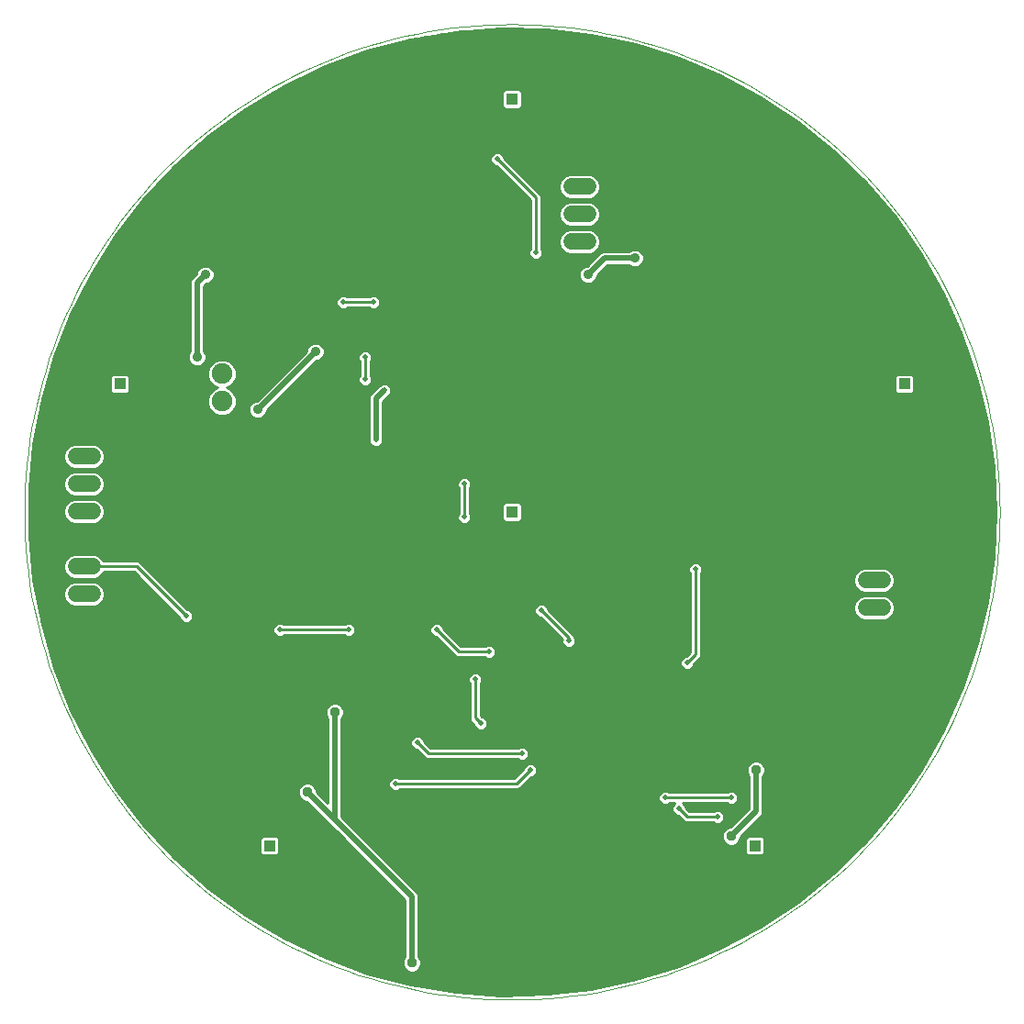
<source format=gbl>
G75*
%MOIN*%
%OFA0B0*%
%FSLAX25Y25*%
%IPPOS*%
%LPD*%
%AMOC8*
5,1,8,0,0,1.08239X$1,22.5*
%
%ADD10C,0.00039*%
%ADD11R,0.04134X0.04134*%
%ADD12C,0.06000*%
%ADD13C,0.07500*%
%ADD14C,0.23000*%
%ADD15C,0.01000*%
%ADD16C,0.03543*%
%ADD17C,0.01950*%
%ADD18C,0.06000*%
%ADD19C,0.03750*%
%ADD20C,0.03600*%
%ADD21C,0.02000*%
D10*
X0300276Y0192366D02*
X0300329Y0196714D01*
X0300489Y0201059D01*
X0300756Y0205399D01*
X0301129Y0209731D01*
X0301608Y0214053D01*
X0302194Y0218362D01*
X0302884Y0222654D01*
X0303680Y0226929D01*
X0304581Y0231183D01*
X0305585Y0235414D01*
X0306694Y0239618D01*
X0307905Y0243794D01*
X0309218Y0247939D01*
X0310632Y0252051D01*
X0312147Y0256127D01*
X0313762Y0260164D01*
X0315475Y0264161D01*
X0317286Y0268114D01*
X0319193Y0272021D01*
X0321195Y0275881D01*
X0323292Y0279690D01*
X0325482Y0283447D01*
X0327763Y0287149D01*
X0330134Y0290794D01*
X0332594Y0294379D01*
X0335141Y0297903D01*
X0337774Y0301364D01*
X0340491Y0304758D01*
X0343290Y0308085D01*
X0346170Y0311343D01*
X0349130Y0314528D01*
X0352166Y0317641D01*
X0355279Y0320677D01*
X0358464Y0323637D01*
X0361722Y0326517D01*
X0365049Y0329316D01*
X0368443Y0332033D01*
X0371904Y0334666D01*
X0375428Y0337213D01*
X0379013Y0339673D01*
X0382658Y0342044D01*
X0386360Y0344325D01*
X0390117Y0346515D01*
X0393926Y0348612D01*
X0397786Y0350614D01*
X0401693Y0352521D01*
X0405646Y0354332D01*
X0409643Y0356045D01*
X0413680Y0357660D01*
X0417756Y0359175D01*
X0421868Y0360589D01*
X0426013Y0361902D01*
X0430189Y0363113D01*
X0434393Y0364222D01*
X0438624Y0365226D01*
X0442878Y0366127D01*
X0447153Y0366923D01*
X0451445Y0367613D01*
X0455754Y0368199D01*
X0460076Y0368678D01*
X0464408Y0369051D01*
X0468748Y0369318D01*
X0473093Y0369478D01*
X0477441Y0369531D01*
X0481789Y0369478D01*
X0486134Y0369318D01*
X0490474Y0369051D01*
X0494806Y0368678D01*
X0499128Y0368199D01*
X0503437Y0367613D01*
X0507729Y0366923D01*
X0512004Y0366127D01*
X0516258Y0365226D01*
X0520489Y0364222D01*
X0524693Y0363113D01*
X0528869Y0361902D01*
X0533014Y0360589D01*
X0537126Y0359175D01*
X0541202Y0357660D01*
X0545239Y0356045D01*
X0549236Y0354332D01*
X0553189Y0352521D01*
X0557096Y0350614D01*
X0560956Y0348612D01*
X0564765Y0346515D01*
X0568522Y0344325D01*
X0572224Y0342044D01*
X0575869Y0339673D01*
X0579454Y0337213D01*
X0582978Y0334666D01*
X0586439Y0332033D01*
X0589833Y0329316D01*
X0593160Y0326517D01*
X0596418Y0323637D01*
X0599603Y0320677D01*
X0602716Y0317641D01*
X0605752Y0314528D01*
X0608712Y0311343D01*
X0611592Y0308085D01*
X0614391Y0304758D01*
X0617108Y0301364D01*
X0619741Y0297903D01*
X0622288Y0294379D01*
X0624748Y0290794D01*
X0627119Y0287149D01*
X0629400Y0283447D01*
X0631590Y0279690D01*
X0633687Y0275881D01*
X0635689Y0272021D01*
X0637596Y0268114D01*
X0639407Y0264161D01*
X0641120Y0260164D01*
X0642735Y0256127D01*
X0644250Y0252051D01*
X0645664Y0247939D01*
X0646977Y0243794D01*
X0648188Y0239618D01*
X0649297Y0235414D01*
X0650301Y0231183D01*
X0651202Y0226929D01*
X0651998Y0222654D01*
X0652688Y0218362D01*
X0653274Y0214053D01*
X0653753Y0209731D01*
X0654126Y0205399D01*
X0654393Y0201059D01*
X0654553Y0196714D01*
X0654606Y0192366D01*
X0654553Y0188018D01*
X0654393Y0183673D01*
X0654126Y0179333D01*
X0653753Y0175001D01*
X0653274Y0170679D01*
X0652688Y0166370D01*
X0651998Y0162078D01*
X0651202Y0157803D01*
X0650301Y0153549D01*
X0649297Y0149318D01*
X0648188Y0145114D01*
X0646977Y0140938D01*
X0645664Y0136793D01*
X0644250Y0132681D01*
X0642735Y0128605D01*
X0641120Y0124568D01*
X0639407Y0120571D01*
X0637596Y0116618D01*
X0635689Y0112711D01*
X0633687Y0108851D01*
X0631590Y0105042D01*
X0629400Y0101285D01*
X0627119Y0097583D01*
X0624748Y0093938D01*
X0622288Y0090353D01*
X0619741Y0086829D01*
X0617108Y0083368D01*
X0614391Y0079974D01*
X0611592Y0076647D01*
X0608712Y0073389D01*
X0605752Y0070204D01*
X0602716Y0067091D01*
X0599603Y0064055D01*
X0596418Y0061095D01*
X0593160Y0058215D01*
X0589833Y0055416D01*
X0586439Y0052699D01*
X0582978Y0050066D01*
X0579454Y0047519D01*
X0575869Y0045059D01*
X0572224Y0042688D01*
X0568522Y0040407D01*
X0564765Y0038217D01*
X0560956Y0036120D01*
X0557096Y0034118D01*
X0553189Y0032211D01*
X0549236Y0030400D01*
X0545239Y0028687D01*
X0541202Y0027072D01*
X0537126Y0025557D01*
X0533014Y0024143D01*
X0528869Y0022830D01*
X0524693Y0021619D01*
X0520489Y0020510D01*
X0516258Y0019506D01*
X0512004Y0018605D01*
X0507729Y0017809D01*
X0503437Y0017119D01*
X0499128Y0016533D01*
X0494806Y0016054D01*
X0490474Y0015681D01*
X0486134Y0015414D01*
X0481789Y0015254D01*
X0477441Y0015201D01*
X0473093Y0015254D01*
X0468748Y0015414D01*
X0464408Y0015681D01*
X0460076Y0016054D01*
X0455754Y0016533D01*
X0451445Y0017119D01*
X0447153Y0017809D01*
X0442878Y0018605D01*
X0438624Y0019506D01*
X0434393Y0020510D01*
X0430189Y0021619D01*
X0426013Y0022830D01*
X0421868Y0024143D01*
X0417756Y0025557D01*
X0413680Y0027072D01*
X0409643Y0028687D01*
X0405646Y0030400D01*
X0401693Y0032211D01*
X0397786Y0034118D01*
X0393926Y0036120D01*
X0390117Y0038217D01*
X0386360Y0040407D01*
X0382658Y0042688D01*
X0379013Y0045059D01*
X0375428Y0047519D01*
X0371904Y0050066D01*
X0368443Y0052699D01*
X0365049Y0055416D01*
X0361722Y0058215D01*
X0358464Y0061095D01*
X0355279Y0064055D01*
X0352166Y0067091D01*
X0349130Y0070204D01*
X0346170Y0073389D01*
X0343290Y0076647D01*
X0340491Y0079974D01*
X0337774Y0083368D01*
X0335141Y0086829D01*
X0332594Y0090353D01*
X0330134Y0093938D01*
X0327763Y0097583D01*
X0325482Y0101285D01*
X0323292Y0105042D01*
X0321195Y0108851D01*
X0319193Y0112711D01*
X0317286Y0116618D01*
X0315475Y0120571D01*
X0313762Y0124568D01*
X0312147Y0128605D01*
X0310632Y0132681D01*
X0309218Y0136793D01*
X0307905Y0140938D01*
X0306694Y0145114D01*
X0305585Y0149318D01*
X0304581Y0153549D01*
X0303680Y0157803D01*
X0302884Y0162078D01*
X0302194Y0166370D01*
X0301608Y0170679D01*
X0301129Y0175001D01*
X0300756Y0179333D01*
X0300489Y0183673D01*
X0300329Y0188018D01*
X0300276Y0192366D01*
D11*
X0334921Y0238823D03*
X0477441Y0192366D03*
X0565630Y0071106D03*
X0389252Y0071106D03*
X0619961Y0238823D03*
X0477441Y0342366D03*
D12*
X0499000Y0320500D02*
X0505000Y0320500D01*
X0505000Y0310500D02*
X0499000Y0310500D01*
X0499000Y0300500D02*
X0505000Y0300500D01*
X0505000Y0290500D02*
X0499000Y0290500D01*
X0606000Y0167500D02*
X0612000Y0167500D01*
X0612000Y0157500D02*
X0606000Y0157500D01*
X0325000Y0162500D02*
X0319000Y0162500D01*
X0319000Y0172500D02*
X0325000Y0172500D01*
X0325000Y0182500D02*
X0319000Y0182500D01*
X0319000Y0192500D02*
X0325000Y0192500D01*
X0325000Y0202500D02*
X0319000Y0202500D01*
X0319000Y0212500D02*
X0325000Y0212500D01*
D13*
X0372000Y0232500D03*
X0372000Y0242500D03*
X0372000Y0252500D03*
D14*
X0406102Y0215555D03*
X0477441Y0267366D03*
X0548780Y0215555D03*
X0521535Y0131697D03*
X0433346Y0131697D03*
X0345000Y0121933D03*
X0477441Y0042366D03*
X0609882Y0121933D03*
X0565591Y0313705D03*
X0389291Y0313705D03*
D15*
X0306600Y0151563D02*
X0311172Y0135744D01*
X0317205Y0120423D01*
X0324646Y0105735D01*
X0333429Y0091807D01*
X0343479Y0078764D01*
X0354705Y0066719D01*
X0367010Y0055777D01*
X0380286Y0046037D01*
X0394415Y0037582D01*
X0409274Y0030487D01*
X0424732Y0024816D01*
X0440654Y0020616D01*
X0456898Y0017926D01*
X0473323Y0016769D01*
X0489785Y0017155D01*
X0506137Y0019080D01*
X0522238Y0022529D01*
X0537945Y0027470D01*
X0553120Y0033860D01*
X0567630Y0041644D01*
X0581348Y0050751D01*
X0594152Y0061104D01*
X0605931Y0072610D01*
X0605931Y0072610D01*
X0616581Y0085168D01*
X0626008Y0098668D01*
X0634129Y0112992D01*
X0640873Y0128013D01*
X0646181Y0143600D01*
X0650006Y0159615D01*
X0652315Y0175918D01*
X0653087Y0192366D01*
X0652315Y0208814D01*
X0650006Y0225117D01*
X0646181Y0241132D01*
X0640873Y0256719D01*
X0634129Y0271740D01*
X0626008Y0286064D01*
X0616581Y0299564D01*
X0605931Y0312123D01*
X0594152Y0323629D01*
X0581348Y0333981D01*
X0567630Y0343089D01*
X0553120Y0350872D01*
X0537945Y0357262D01*
X0522238Y0362203D01*
X0506137Y0365652D01*
X0489785Y0367578D01*
X0473323Y0367964D01*
X0456898Y0366806D01*
X0440654Y0364116D01*
X0424732Y0359917D01*
X0409274Y0354245D01*
X0394415Y0347150D01*
X0380286Y0338696D01*
X0367010Y0328955D01*
X0354705Y0318014D01*
X0343479Y0305968D01*
X0343479Y0305968D01*
X0333429Y0292925D01*
X0324646Y0278998D01*
X0317205Y0264309D01*
X0311172Y0248988D01*
X0306600Y0233170D01*
X0303530Y0216993D01*
X0301988Y0200599D01*
X0301988Y0184133D01*
X0303530Y0167740D01*
X0306600Y0151563D01*
X0306705Y0151201D02*
X0391201Y0151201D01*
X0390902Y0150902D02*
X0390525Y0149992D01*
X0390525Y0149008D01*
X0390902Y0148098D01*
X0391598Y0147402D01*
X0392508Y0147025D01*
X0393492Y0147025D01*
X0394402Y0147402D01*
X0394500Y0147500D01*
X0416500Y0147500D01*
X0416598Y0147402D01*
X0417508Y0147025D01*
X0418492Y0147025D01*
X0419402Y0147402D01*
X0420098Y0148098D01*
X0420475Y0149008D01*
X0420475Y0149992D01*
X0420098Y0150902D01*
X0419402Y0151598D01*
X0418492Y0151975D01*
X0417508Y0151975D01*
X0416598Y0151598D01*
X0416500Y0151500D01*
X0394500Y0151500D01*
X0394402Y0151598D01*
X0393492Y0151975D01*
X0392508Y0151975D01*
X0391598Y0151598D01*
X0390902Y0150902D01*
X0390612Y0150203D02*
X0306993Y0150203D01*
X0307282Y0149204D02*
X0390525Y0149204D01*
X0390857Y0148206D02*
X0307571Y0148206D01*
X0307859Y0147207D02*
X0392068Y0147207D01*
X0393932Y0147207D02*
X0417068Y0147207D01*
X0418932Y0147207D02*
X0449068Y0147207D01*
X0449508Y0147025D02*
X0449647Y0147025D01*
X0457172Y0139500D01*
X0467500Y0139500D01*
X0467598Y0139402D01*
X0468508Y0139025D01*
X0469492Y0139025D01*
X0470402Y0139402D01*
X0471098Y0140098D01*
X0471475Y0141008D01*
X0471475Y0141992D01*
X0471098Y0142902D01*
X0470402Y0143598D01*
X0469492Y0143975D01*
X0468508Y0143975D01*
X0467598Y0143598D01*
X0467500Y0143500D01*
X0458828Y0143500D01*
X0452475Y0149853D01*
X0452475Y0149992D01*
X0452098Y0150902D01*
X0451402Y0151598D01*
X0450492Y0151975D01*
X0449508Y0151975D01*
X0448598Y0151598D01*
X0447902Y0150902D01*
X0447525Y0149992D01*
X0447525Y0149008D01*
X0447902Y0148098D01*
X0448598Y0147402D01*
X0449508Y0147025D01*
X0450463Y0146209D02*
X0308148Y0146209D01*
X0308436Y0145210D02*
X0451461Y0145210D01*
X0452460Y0144212D02*
X0308725Y0144212D01*
X0309013Y0143213D02*
X0453458Y0143213D01*
X0454457Y0142215D02*
X0309302Y0142215D01*
X0309591Y0141216D02*
X0455456Y0141216D01*
X0456454Y0140218D02*
X0309879Y0140218D01*
X0310168Y0139219D02*
X0468039Y0139219D01*
X0469961Y0139219D02*
X0539219Y0139219D01*
X0538902Y0138902D02*
X0538525Y0137992D01*
X0538525Y0137008D01*
X0538902Y0136098D01*
X0539598Y0135402D01*
X0540508Y0135025D01*
X0541492Y0135025D01*
X0542402Y0135402D01*
X0543098Y0136098D01*
X0543475Y0137008D01*
X0543475Y0137147D01*
X0546000Y0139672D01*
X0546000Y0170000D01*
X0546098Y0170098D01*
X0546475Y0171008D01*
X0546475Y0171992D01*
X0546098Y0172902D01*
X0545402Y0173598D01*
X0544492Y0173975D01*
X0543508Y0173975D01*
X0542598Y0173598D01*
X0541902Y0172902D01*
X0541525Y0171992D01*
X0541525Y0171008D01*
X0541902Y0170098D01*
X0542000Y0170000D01*
X0542000Y0141328D01*
X0540647Y0139975D01*
X0540508Y0139975D01*
X0539598Y0139598D01*
X0538902Y0138902D01*
X0538620Y0138221D02*
X0310456Y0138221D01*
X0310745Y0137222D02*
X0538525Y0137222D01*
X0538850Y0136223D02*
X0311033Y0136223D01*
X0311376Y0135225D02*
X0540025Y0135225D01*
X0541975Y0135225D02*
X0643329Y0135225D01*
X0642989Y0134226D02*
X0311770Y0134226D01*
X0312163Y0133228D02*
X0462228Y0133228D01*
X0461902Y0132902D02*
X0461525Y0131992D01*
X0461525Y0131008D01*
X0461902Y0130098D01*
X0462000Y0130000D01*
X0462000Y0116672D01*
X0463525Y0115147D01*
X0463525Y0115008D01*
X0463902Y0114098D01*
X0464598Y0113402D01*
X0465508Y0113025D01*
X0466492Y0113025D01*
X0467402Y0113402D01*
X0468098Y0114098D01*
X0468475Y0115008D01*
X0468475Y0115992D01*
X0468098Y0116902D01*
X0467402Y0117598D01*
X0466492Y0117975D01*
X0466353Y0117975D01*
X0466000Y0118328D01*
X0466000Y0130000D01*
X0466098Y0130098D01*
X0466475Y0131008D01*
X0466475Y0131992D01*
X0466098Y0132902D01*
X0465402Y0133598D01*
X0464492Y0133975D01*
X0463508Y0133975D01*
X0462598Y0133598D01*
X0461902Y0132902D01*
X0461623Y0132229D02*
X0312556Y0132229D01*
X0312949Y0131231D02*
X0461525Y0131231D01*
X0461846Y0130232D02*
X0313342Y0130232D01*
X0313735Y0129234D02*
X0462000Y0129234D01*
X0462000Y0128235D02*
X0314129Y0128235D01*
X0314522Y0127237D02*
X0462000Y0127237D01*
X0462000Y0126238D02*
X0314915Y0126238D01*
X0315308Y0125240D02*
X0462000Y0125240D01*
X0462000Y0124241D02*
X0315701Y0124241D01*
X0316095Y0123243D02*
X0462000Y0123243D01*
X0462000Y0122244D02*
X0415029Y0122244D01*
X0414912Y0122361D02*
X0413671Y0122875D01*
X0412329Y0122875D01*
X0411088Y0122361D01*
X0410139Y0121412D01*
X0409625Y0120171D01*
X0409625Y0118829D01*
X0410139Y0117588D01*
X0410500Y0117227D01*
X0410500Y0086536D01*
X0406375Y0090661D01*
X0406375Y0091171D01*
X0405861Y0092412D01*
X0404912Y0093361D01*
X0403671Y0093875D01*
X0402329Y0093875D01*
X0401088Y0093361D01*
X0400139Y0092412D01*
X0399625Y0091171D01*
X0399625Y0089829D01*
X0400139Y0088588D01*
X0401088Y0087639D01*
X0402329Y0087125D01*
X0402839Y0087125D01*
X0410881Y0079084D01*
X0413584Y0076381D01*
X0438500Y0051464D01*
X0438500Y0030773D01*
X0438139Y0030412D01*
X0437625Y0029171D01*
X0437625Y0027829D01*
X0438139Y0026588D01*
X0439088Y0025639D01*
X0440329Y0025125D01*
X0441671Y0025125D01*
X0442912Y0025639D01*
X0443861Y0026588D01*
X0444375Y0027829D01*
X0444375Y0029171D01*
X0443861Y0030412D01*
X0443500Y0030773D01*
X0443500Y0052997D01*
X0443119Y0053916D01*
X0417119Y0079916D01*
X0415500Y0081536D01*
X0415500Y0117227D01*
X0415861Y0117588D01*
X0416375Y0118829D01*
X0416375Y0120171D01*
X0415861Y0121412D01*
X0414912Y0122361D01*
X0415930Y0121246D02*
X0462000Y0121246D01*
X0462000Y0120247D02*
X0416344Y0120247D01*
X0416375Y0119249D02*
X0462000Y0119249D01*
X0462000Y0118250D02*
X0416135Y0118250D01*
X0415525Y0117252D02*
X0462000Y0117252D01*
X0462418Y0116253D02*
X0415500Y0116253D01*
X0415500Y0115255D02*
X0463417Y0115255D01*
X0463836Y0114256D02*
X0415500Y0114256D01*
X0415500Y0113258D02*
X0464946Y0113258D01*
X0467054Y0113258D02*
X0634248Y0113258D01*
X0634697Y0114256D02*
X0468164Y0114256D01*
X0468475Y0115255D02*
X0635145Y0115255D01*
X0635593Y0116253D02*
X0468367Y0116253D01*
X0467748Y0117252D02*
X0636042Y0117252D01*
X0636490Y0118250D02*
X0466078Y0118250D01*
X0466000Y0119249D02*
X0636938Y0119249D01*
X0637386Y0120247D02*
X0466000Y0120247D01*
X0466000Y0121246D02*
X0637835Y0121246D01*
X0638283Y0122244D02*
X0466000Y0122244D01*
X0466000Y0123243D02*
X0638731Y0123243D01*
X0639180Y0124241D02*
X0466000Y0124241D01*
X0466000Y0125240D02*
X0639628Y0125240D01*
X0640076Y0126238D02*
X0466000Y0126238D01*
X0466000Y0127237D02*
X0640525Y0127237D01*
X0640949Y0128235D02*
X0466000Y0128235D01*
X0466000Y0129234D02*
X0641289Y0129234D01*
X0641629Y0130232D02*
X0466154Y0130232D01*
X0466475Y0131231D02*
X0641969Y0131231D01*
X0642309Y0132229D02*
X0466377Y0132229D01*
X0465772Y0133228D02*
X0642649Y0133228D01*
X0643669Y0136223D02*
X0543150Y0136223D01*
X0543550Y0137222D02*
X0644009Y0137222D01*
X0644349Y0138221D02*
X0544549Y0138221D01*
X0545547Y0139219D02*
X0644689Y0139219D01*
X0645029Y0140218D02*
X0546000Y0140218D01*
X0546000Y0141216D02*
X0645369Y0141216D01*
X0645709Y0142215D02*
X0546000Y0142215D01*
X0546000Y0143213D02*
X0646049Y0143213D01*
X0646327Y0144212D02*
X0546000Y0144212D01*
X0546000Y0145210D02*
X0646566Y0145210D01*
X0646804Y0146209D02*
X0546000Y0146209D01*
X0546000Y0147207D02*
X0647043Y0147207D01*
X0647281Y0148206D02*
X0546000Y0148206D01*
X0546000Y0149204D02*
X0647520Y0149204D01*
X0647758Y0150203D02*
X0546000Y0150203D01*
X0546000Y0151201D02*
X0647997Y0151201D01*
X0648235Y0152200D02*
X0546000Y0152200D01*
X0546000Y0153198D02*
X0604626Y0153198D01*
X0605105Y0153000D02*
X0603451Y0153685D01*
X0602185Y0154951D01*
X0601500Y0156605D01*
X0601500Y0158395D01*
X0602185Y0160049D01*
X0603451Y0161315D01*
X0605105Y0162000D01*
X0612895Y0162000D01*
X0614549Y0161315D01*
X0615815Y0160049D01*
X0616500Y0158395D01*
X0616500Y0156605D01*
X0615815Y0154951D01*
X0614549Y0153685D01*
X0612895Y0153000D01*
X0605105Y0153000D01*
X0602939Y0154197D02*
X0546000Y0154197D01*
X0546000Y0155195D02*
X0602084Y0155195D01*
X0601670Y0156194D02*
X0546000Y0156194D01*
X0546000Y0157192D02*
X0601500Y0157192D01*
X0601500Y0158191D02*
X0546000Y0158191D01*
X0546000Y0159189D02*
X0601829Y0159189D01*
X0602324Y0160188D02*
X0546000Y0160188D01*
X0546000Y0161186D02*
X0603322Y0161186D01*
X0604662Y0163183D02*
X0546000Y0163183D01*
X0546000Y0162185D02*
X0650370Y0162185D01*
X0650511Y0163183D02*
X0613338Y0163183D01*
X0612895Y0163000D02*
X0614549Y0163685D01*
X0615815Y0164951D01*
X0616500Y0166605D01*
X0616500Y0168395D01*
X0615815Y0170049D01*
X0614549Y0171315D01*
X0612895Y0172000D01*
X0605105Y0172000D01*
X0603451Y0171315D01*
X0602185Y0170049D01*
X0601500Y0168395D01*
X0601500Y0166605D01*
X0602185Y0164951D01*
X0603451Y0163685D01*
X0605105Y0163000D01*
X0612895Y0163000D01*
X0615046Y0164182D02*
X0650653Y0164182D01*
X0650794Y0165180D02*
X0615910Y0165180D01*
X0616324Y0166179D02*
X0650936Y0166179D01*
X0651077Y0167177D02*
X0616500Y0167177D01*
X0616500Y0168176D02*
X0651218Y0168176D01*
X0651360Y0169174D02*
X0616177Y0169174D01*
X0615691Y0170173D02*
X0651501Y0170173D01*
X0651643Y0171171D02*
X0614693Y0171171D01*
X0614678Y0161186D02*
X0650229Y0161186D01*
X0650087Y0160188D02*
X0615676Y0160188D01*
X0616171Y0159189D02*
X0649905Y0159189D01*
X0649666Y0158191D02*
X0616500Y0158191D01*
X0616500Y0157192D02*
X0649428Y0157192D01*
X0649189Y0156194D02*
X0616330Y0156194D01*
X0615916Y0155195D02*
X0648951Y0155195D01*
X0648712Y0154197D02*
X0615061Y0154197D01*
X0613374Y0153198D02*
X0648474Y0153198D01*
X0651784Y0172170D02*
X0546401Y0172170D01*
X0546475Y0171171D02*
X0603307Y0171171D01*
X0602309Y0170173D02*
X0546129Y0170173D01*
X0546000Y0169174D02*
X0601823Y0169174D01*
X0601500Y0168176D02*
X0546000Y0168176D01*
X0546000Y0167177D02*
X0601500Y0167177D01*
X0601676Y0166179D02*
X0546000Y0166179D01*
X0546000Y0165180D02*
X0602090Y0165180D01*
X0602954Y0164182D02*
X0546000Y0164182D01*
X0542000Y0164182D02*
X0352147Y0164182D01*
X0353145Y0163183D02*
X0542000Y0163183D01*
X0542000Y0162185D02*
X0354144Y0162185D01*
X0355142Y0161186D02*
X0542000Y0161186D01*
X0542000Y0160188D02*
X0356141Y0160188D01*
X0357139Y0159189D02*
X0542000Y0159189D01*
X0542000Y0158191D02*
X0489809Y0158191D01*
X0490098Y0157902D02*
X0489402Y0158598D01*
X0488492Y0158975D01*
X0487508Y0158975D01*
X0486598Y0158598D01*
X0485902Y0157902D01*
X0485525Y0156992D01*
X0485525Y0156008D01*
X0485902Y0155098D01*
X0486598Y0154402D01*
X0487508Y0154025D01*
X0487647Y0154025D01*
X0495570Y0146101D01*
X0495525Y0145992D01*
X0495525Y0145008D01*
X0495902Y0144098D01*
X0496598Y0143402D01*
X0497508Y0143025D01*
X0498492Y0143025D01*
X0499402Y0143402D01*
X0500098Y0144098D01*
X0500475Y0145008D01*
X0500475Y0145992D01*
X0500098Y0146902D01*
X0500000Y0147000D01*
X0500000Y0147328D01*
X0490475Y0156853D01*
X0490475Y0156992D01*
X0490098Y0157902D01*
X0490392Y0157192D02*
X0542000Y0157192D01*
X0542000Y0156194D02*
X0491135Y0156194D01*
X0492133Y0155195D02*
X0542000Y0155195D01*
X0542000Y0154197D02*
X0493132Y0154197D01*
X0494130Y0153198D02*
X0542000Y0153198D01*
X0542000Y0152200D02*
X0495129Y0152200D01*
X0496127Y0151201D02*
X0542000Y0151201D01*
X0542000Y0150203D02*
X0497126Y0150203D01*
X0498124Y0149204D02*
X0542000Y0149204D01*
X0542000Y0148206D02*
X0499123Y0148206D01*
X0500000Y0147207D02*
X0542000Y0147207D01*
X0542000Y0146209D02*
X0500385Y0146209D01*
X0500475Y0145210D02*
X0542000Y0145210D01*
X0542000Y0144212D02*
X0500145Y0144212D01*
X0498946Y0143213D02*
X0542000Y0143213D01*
X0542000Y0142215D02*
X0471383Y0142215D01*
X0471475Y0141216D02*
X0541888Y0141216D01*
X0540889Y0140218D02*
X0471148Y0140218D01*
X0469000Y0141500D02*
X0458000Y0141500D01*
X0450000Y0149500D01*
X0451799Y0151201D02*
X0490470Y0151201D01*
X0489472Y0152200D02*
X0359914Y0152200D01*
X0359492Y0152025D02*
X0360402Y0152402D01*
X0361098Y0153098D01*
X0361475Y0154008D01*
X0361475Y0154992D01*
X0361098Y0155902D01*
X0360402Y0156598D01*
X0359492Y0156975D01*
X0359353Y0156975D01*
X0343000Y0173328D01*
X0341828Y0174500D01*
X0329042Y0174500D01*
X0328815Y0175049D01*
X0327549Y0176315D01*
X0325895Y0177000D01*
X0318105Y0177000D01*
X0316451Y0176315D01*
X0315185Y0175049D01*
X0314500Y0173395D01*
X0314500Y0171605D01*
X0315185Y0169951D01*
X0316451Y0168685D01*
X0318105Y0168000D01*
X0325895Y0168000D01*
X0327549Y0168685D01*
X0328815Y0169951D01*
X0329042Y0170500D01*
X0340172Y0170500D01*
X0356525Y0154147D01*
X0356525Y0154008D01*
X0356902Y0153098D01*
X0357598Y0152402D01*
X0358508Y0152025D01*
X0359492Y0152025D01*
X0358086Y0152200D02*
X0306480Y0152200D01*
X0306290Y0153198D02*
X0356860Y0153198D01*
X0356475Y0154197D02*
X0306101Y0154197D01*
X0305911Y0155195D02*
X0355476Y0155195D01*
X0354478Y0156194D02*
X0305722Y0156194D01*
X0305532Y0157192D02*
X0353479Y0157192D01*
X0352481Y0158191D02*
X0326356Y0158191D01*
X0325895Y0158000D02*
X0327549Y0158685D01*
X0328815Y0159951D01*
X0329500Y0161605D01*
X0329500Y0163395D01*
X0328815Y0165049D01*
X0327549Y0166315D01*
X0325895Y0167000D01*
X0318105Y0167000D01*
X0316451Y0166315D01*
X0315185Y0165049D01*
X0314500Y0163395D01*
X0314500Y0161605D01*
X0315185Y0159951D01*
X0316451Y0158685D01*
X0318105Y0158000D01*
X0325895Y0158000D01*
X0328053Y0159189D02*
X0351482Y0159189D01*
X0350484Y0160188D02*
X0328913Y0160188D01*
X0329327Y0161186D02*
X0349485Y0161186D01*
X0348487Y0162185D02*
X0329500Y0162185D01*
X0329500Y0163183D02*
X0347488Y0163183D01*
X0346490Y0164182D02*
X0329174Y0164182D01*
X0328684Y0165180D02*
X0345491Y0165180D01*
X0344493Y0166179D02*
X0327685Y0166179D01*
X0326320Y0168176D02*
X0342496Y0168176D01*
X0343494Y0167177D02*
X0303637Y0167177D01*
X0303489Y0168176D02*
X0317680Y0168176D01*
X0315962Y0169174D02*
X0303395Y0169174D01*
X0303301Y0170173D02*
X0315093Y0170173D01*
X0314680Y0171171D02*
X0303207Y0171171D01*
X0303114Y0172170D02*
X0314500Y0172170D01*
X0314500Y0173168D02*
X0303020Y0173168D01*
X0302926Y0174167D02*
X0314820Y0174167D01*
X0315301Y0175165D02*
X0302832Y0175165D01*
X0302738Y0176164D02*
X0316300Y0176164D01*
X0322000Y0172500D02*
X0341000Y0172500D01*
X0359000Y0154500D01*
X0360806Y0156194D02*
X0485525Y0156194D01*
X0485608Y0157192D02*
X0359136Y0157192D01*
X0358138Y0158191D02*
X0486191Y0158191D01*
X0488000Y0156500D02*
X0498000Y0146500D01*
X0498000Y0145500D01*
X0497054Y0143213D02*
X0470787Y0143213D01*
X0458117Y0144212D02*
X0495855Y0144212D01*
X0495525Y0145210D02*
X0457118Y0145210D01*
X0456120Y0146209D02*
X0495463Y0146209D01*
X0494464Y0147207D02*
X0455121Y0147207D01*
X0454123Y0148206D02*
X0493466Y0148206D01*
X0492467Y0149204D02*
X0453124Y0149204D01*
X0452388Y0150203D02*
X0491469Y0150203D01*
X0488473Y0153198D02*
X0361140Y0153198D01*
X0361475Y0154197D02*
X0487093Y0154197D01*
X0485862Y0155195D02*
X0361391Y0155195D01*
X0351148Y0165180D02*
X0542000Y0165180D01*
X0542000Y0166179D02*
X0350150Y0166179D01*
X0349151Y0167177D02*
X0542000Y0167177D01*
X0542000Y0168176D02*
X0348153Y0168176D01*
X0347154Y0169174D02*
X0542000Y0169174D01*
X0541871Y0170173D02*
X0346156Y0170173D01*
X0345157Y0171171D02*
X0541525Y0171171D01*
X0541599Y0172170D02*
X0344159Y0172170D01*
X0343160Y0173168D02*
X0542168Y0173168D01*
X0544000Y0171500D02*
X0544000Y0140500D01*
X0541000Y0137500D01*
X0564088Y0101361D02*
X0563139Y0100412D01*
X0562625Y0099171D01*
X0562625Y0097829D01*
X0563139Y0096588D01*
X0563500Y0096227D01*
X0563500Y0084536D01*
X0556839Y0077875D01*
X0556329Y0077875D01*
X0555088Y0077361D01*
X0554139Y0076412D01*
X0553625Y0075171D01*
X0553625Y0073829D01*
X0554139Y0072588D01*
X0555088Y0071639D01*
X0556329Y0071125D01*
X0557671Y0071125D01*
X0558912Y0071639D01*
X0559861Y0072588D01*
X0560375Y0073829D01*
X0560375Y0074339D01*
X0568119Y0082084D01*
X0568500Y0083003D01*
X0568500Y0096227D01*
X0568861Y0096588D01*
X0569375Y0097829D01*
X0569375Y0099171D01*
X0568861Y0100412D01*
X0567912Y0101361D01*
X0566671Y0101875D01*
X0565329Y0101875D01*
X0564088Y0101361D01*
X0564003Y0101276D02*
X0415500Y0101276D01*
X0415500Y0102274D02*
X0479906Y0102274D01*
X0479598Y0102402D02*
X0480508Y0102025D01*
X0481492Y0102025D01*
X0482402Y0102402D01*
X0483098Y0103098D01*
X0483475Y0104008D01*
X0483475Y0104992D01*
X0483098Y0105902D01*
X0482402Y0106598D01*
X0481492Y0106975D01*
X0480508Y0106975D01*
X0479598Y0106598D01*
X0479500Y0106500D01*
X0447828Y0106500D01*
X0445475Y0108853D01*
X0445475Y0108992D01*
X0445098Y0109902D01*
X0444402Y0110598D01*
X0443492Y0110975D01*
X0442508Y0110975D01*
X0441598Y0110598D01*
X0440902Y0109902D01*
X0440525Y0108992D01*
X0440525Y0108008D01*
X0440902Y0107098D01*
X0441598Y0106402D01*
X0442508Y0106025D01*
X0442647Y0106025D01*
X0446172Y0102500D01*
X0479500Y0102500D01*
X0479598Y0102402D01*
X0482094Y0102274D02*
X0628052Y0102274D01*
X0627486Y0101276D02*
X0567997Y0101276D01*
X0568917Y0100277D02*
X0626920Y0100277D01*
X0626354Y0099279D02*
X0569331Y0099279D01*
X0569375Y0098280D02*
X0625737Y0098280D01*
X0625040Y0097282D02*
X0569148Y0097282D01*
X0568556Y0096283D02*
X0624342Y0096283D01*
X0623645Y0095285D02*
X0568500Y0095285D01*
X0568500Y0094286D02*
X0622948Y0094286D01*
X0622251Y0093288D02*
X0568500Y0093288D01*
X0568500Y0092289D02*
X0621553Y0092289D01*
X0620856Y0091290D02*
X0568500Y0091290D01*
X0568500Y0090292D02*
X0620159Y0090292D01*
X0619462Y0089293D02*
X0568500Y0089293D01*
X0568500Y0088295D02*
X0618764Y0088295D01*
X0618067Y0087296D02*
X0568500Y0087296D01*
X0568500Y0086298D02*
X0617370Y0086298D01*
X0616673Y0085299D02*
X0568500Y0085299D01*
X0568500Y0084301D02*
X0615846Y0084301D01*
X0614999Y0083302D02*
X0568500Y0083302D01*
X0568211Y0082304D02*
X0614152Y0082304D01*
X0613305Y0081305D02*
X0567341Y0081305D01*
X0566342Y0080307D02*
X0612459Y0080307D01*
X0611612Y0079308D02*
X0565344Y0079308D01*
X0564345Y0078310D02*
X0610765Y0078310D01*
X0609918Y0077311D02*
X0563347Y0077311D01*
X0562348Y0076313D02*
X0609072Y0076313D01*
X0608225Y0075314D02*
X0561350Y0075314D01*
X0560375Y0074316D02*
X0562584Y0074316D01*
X0562942Y0074673D02*
X0562063Y0073795D01*
X0562063Y0068418D01*
X0562942Y0067539D01*
X0568318Y0067539D01*
X0569197Y0068418D01*
X0569197Y0073795D01*
X0568318Y0074673D01*
X0562942Y0074673D01*
X0562063Y0073317D02*
X0560163Y0073317D01*
X0559592Y0072319D02*
X0562063Y0072319D01*
X0562063Y0071320D02*
X0558143Y0071320D01*
X0555857Y0071320D02*
X0425715Y0071320D01*
X0424717Y0072319D02*
X0554408Y0072319D01*
X0553837Y0073317D02*
X0423718Y0073317D01*
X0422720Y0074316D02*
X0553625Y0074316D01*
X0553684Y0075314D02*
X0421721Y0075314D01*
X0420723Y0076313D02*
X0554098Y0076313D01*
X0555038Y0077311D02*
X0419724Y0077311D01*
X0418726Y0078310D02*
X0557274Y0078310D01*
X0558273Y0079308D02*
X0553176Y0079308D01*
X0553402Y0079402D02*
X0554098Y0080098D01*
X0554475Y0081008D01*
X0554475Y0081992D01*
X0554098Y0082902D01*
X0553402Y0083598D01*
X0552492Y0083975D01*
X0551508Y0083975D01*
X0550598Y0083598D01*
X0550500Y0083500D01*
X0541828Y0083500D01*
X0540475Y0084853D01*
X0540475Y0084992D01*
X0540098Y0085902D01*
X0539500Y0086500D01*
X0555500Y0086500D01*
X0555598Y0086402D01*
X0556508Y0086025D01*
X0557492Y0086025D01*
X0558402Y0086402D01*
X0559098Y0087098D01*
X0559475Y0088008D01*
X0559475Y0088992D01*
X0559098Y0089902D01*
X0558402Y0090598D01*
X0557492Y0090975D01*
X0556508Y0090975D01*
X0555598Y0090598D01*
X0555500Y0090500D01*
X0534500Y0090500D01*
X0534402Y0090598D01*
X0533492Y0090975D01*
X0532508Y0090975D01*
X0531598Y0090598D01*
X0530902Y0089902D01*
X0530525Y0088992D01*
X0530525Y0088008D01*
X0530902Y0087098D01*
X0531598Y0086402D01*
X0532508Y0086025D01*
X0533492Y0086025D01*
X0534402Y0086402D01*
X0534500Y0086500D01*
X0536500Y0086500D01*
X0535902Y0085902D01*
X0535525Y0084992D01*
X0535525Y0084008D01*
X0535902Y0083098D01*
X0536598Y0082402D01*
X0537508Y0082025D01*
X0537647Y0082025D01*
X0540172Y0079500D01*
X0550500Y0079500D01*
X0550598Y0079402D01*
X0551508Y0079025D01*
X0552492Y0079025D01*
X0553402Y0079402D01*
X0554185Y0080307D02*
X0559271Y0080307D01*
X0560270Y0081305D02*
X0554475Y0081305D01*
X0554346Y0082304D02*
X0561268Y0082304D01*
X0562267Y0083302D02*
X0553698Y0083302D01*
X0552000Y0081500D02*
X0541000Y0081500D01*
X0538000Y0084500D01*
X0539702Y0086298D02*
X0555849Y0086298D01*
X0558151Y0086298D02*
X0563500Y0086298D01*
X0563500Y0087296D02*
X0559180Y0087296D01*
X0559475Y0088295D02*
X0563500Y0088295D01*
X0563500Y0089293D02*
X0559350Y0089293D01*
X0558708Y0090292D02*
X0563500Y0090292D01*
X0563500Y0091290D02*
X0436133Y0091290D01*
X0436402Y0091402D02*
X0436500Y0091500D01*
X0479828Y0091500D01*
X0484353Y0096025D01*
X0484492Y0096025D01*
X0485402Y0096402D01*
X0486098Y0097098D01*
X0486475Y0098008D01*
X0486475Y0098992D01*
X0486098Y0099902D01*
X0485402Y0100598D01*
X0484492Y0100975D01*
X0483508Y0100975D01*
X0482598Y0100598D01*
X0481902Y0099902D01*
X0481525Y0098992D01*
X0481525Y0098853D01*
X0478172Y0095500D01*
X0436500Y0095500D01*
X0436402Y0095598D01*
X0435492Y0095975D01*
X0434508Y0095975D01*
X0433598Y0095598D01*
X0432902Y0094902D01*
X0432525Y0093992D01*
X0432525Y0093008D01*
X0432902Y0092098D01*
X0433598Y0091402D01*
X0434508Y0091025D01*
X0435492Y0091025D01*
X0436402Y0091402D01*
X0435000Y0093500D02*
X0479000Y0093500D01*
X0484000Y0098500D01*
X0485723Y0100277D02*
X0563083Y0100277D01*
X0562669Y0099279D02*
X0486356Y0099279D01*
X0486475Y0098280D02*
X0562625Y0098280D01*
X0562852Y0097282D02*
X0486174Y0097282D01*
X0485115Y0096283D02*
X0563444Y0096283D01*
X0563500Y0095285D02*
X0483613Y0095285D01*
X0482614Y0094286D02*
X0563500Y0094286D01*
X0563500Y0093288D02*
X0481616Y0093288D01*
X0480617Y0092289D02*
X0563500Y0092289D01*
X0563500Y0085299D02*
X0540348Y0085299D01*
X0541027Y0084301D02*
X0563265Y0084301D01*
X0557000Y0088500D02*
X0533000Y0088500D01*
X0531292Y0090292D02*
X0415500Y0090292D01*
X0415500Y0091290D02*
X0433867Y0091290D01*
X0432823Y0092289D02*
X0415500Y0092289D01*
X0415500Y0093288D02*
X0432525Y0093288D01*
X0432647Y0094286D02*
X0415500Y0094286D01*
X0415500Y0095285D02*
X0433284Y0095285D01*
X0441921Y0106268D02*
X0415500Y0106268D01*
X0415500Y0105270D02*
X0443402Y0105270D01*
X0444400Y0104271D02*
X0415500Y0104271D01*
X0415500Y0103273D02*
X0445399Y0103273D01*
X0447000Y0104500D02*
X0443000Y0108500D01*
X0444738Y0110262D02*
X0632581Y0110262D01*
X0632015Y0109264D02*
X0445363Y0109264D01*
X0446063Y0108265D02*
X0631449Y0108265D01*
X0630883Y0107267D02*
X0447062Y0107267D01*
X0447000Y0104500D02*
X0481000Y0104500D01*
X0482732Y0106268D02*
X0630317Y0106268D01*
X0629751Y0105270D02*
X0483360Y0105270D01*
X0483475Y0104271D02*
X0629184Y0104271D01*
X0628618Y0103273D02*
X0483171Y0103273D01*
X0482277Y0100277D02*
X0415500Y0100277D01*
X0415500Y0099279D02*
X0481644Y0099279D01*
X0480952Y0098280D02*
X0415500Y0098280D01*
X0415500Y0097282D02*
X0479953Y0097282D01*
X0478955Y0096283D02*
X0415500Y0096283D01*
X0410500Y0096283D02*
X0330607Y0096283D01*
X0331236Y0095285D02*
X0410500Y0095285D01*
X0410500Y0094286D02*
X0331866Y0094286D01*
X0332496Y0093288D02*
X0401015Y0093288D01*
X0400088Y0092289D02*
X0333126Y0092289D01*
X0333828Y0091290D02*
X0399674Y0091290D01*
X0399625Y0090292D02*
X0334597Y0090292D01*
X0335366Y0089293D02*
X0399847Y0089293D01*
X0400432Y0088295D02*
X0336135Y0088295D01*
X0336905Y0087296D02*
X0401915Y0087296D01*
X0403667Y0086298D02*
X0337674Y0086298D01*
X0338443Y0085299D02*
X0404665Y0085299D01*
X0405664Y0084301D02*
X0339213Y0084301D01*
X0339982Y0083302D02*
X0406662Y0083302D01*
X0407661Y0082304D02*
X0340751Y0082304D01*
X0341520Y0081305D02*
X0408659Y0081305D01*
X0409658Y0080307D02*
X0342290Y0080307D01*
X0343059Y0079308D02*
X0410656Y0079308D01*
X0411655Y0078310D02*
X0343902Y0078310D01*
X0344832Y0077311D02*
X0412653Y0077311D01*
X0413652Y0076313D02*
X0345763Y0076313D01*
X0346694Y0075314D02*
X0414650Y0075314D01*
X0415649Y0074316D02*
X0392298Y0074316D01*
X0391940Y0074673D02*
X0386564Y0074673D01*
X0385685Y0073795D01*
X0385685Y0068418D01*
X0386564Y0067539D01*
X0391940Y0067539D01*
X0392819Y0068418D01*
X0392819Y0073795D01*
X0391940Y0074673D01*
X0392819Y0073317D02*
X0416647Y0073317D01*
X0417646Y0072319D02*
X0392819Y0072319D01*
X0392819Y0071320D02*
X0418644Y0071320D01*
X0419643Y0070322D02*
X0392819Y0070322D01*
X0392819Y0069323D02*
X0420641Y0069323D01*
X0421640Y0068325D02*
X0392726Y0068325D01*
X0385778Y0068325D02*
X0353208Y0068325D01*
X0352277Y0069323D02*
X0385685Y0069323D01*
X0385685Y0070322D02*
X0351347Y0070322D01*
X0350416Y0071320D02*
X0385685Y0071320D01*
X0385685Y0072319D02*
X0349486Y0072319D01*
X0348555Y0073317D02*
X0385685Y0073317D01*
X0386206Y0074316D02*
X0347624Y0074316D01*
X0354139Y0067326D02*
X0422638Y0067326D01*
X0423637Y0066328D02*
X0355145Y0066328D01*
X0356268Y0065329D02*
X0424635Y0065329D01*
X0425634Y0064331D02*
X0357391Y0064331D01*
X0358514Y0063332D02*
X0426632Y0063332D01*
X0427631Y0062334D02*
X0359637Y0062334D01*
X0360760Y0061335D02*
X0428629Y0061335D01*
X0429628Y0060337D02*
X0361883Y0060337D01*
X0363006Y0059338D02*
X0430626Y0059338D01*
X0431625Y0058340D02*
X0364129Y0058340D01*
X0365252Y0057341D02*
X0432623Y0057341D01*
X0433622Y0056343D02*
X0366375Y0056343D01*
X0367601Y0055344D02*
X0434620Y0055344D01*
X0435619Y0054346D02*
X0368962Y0054346D01*
X0370323Y0053347D02*
X0436617Y0053347D01*
X0437616Y0052349D02*
X0371684Y0052349D01*
X0373044Y0051350D02*
X0438500Y0051350D01*
X0438500Y0050352D02*
X0374405Y0050352D01*
X0375766Y0049353D02*
X0438500Y0049353D01*
X0438500Y0048355D02*
X0377127Y0048355D01*
X0378488Y0047356D02*
X0438500Y0047356D01*
X0438500Y0046357D02*
X0379849Y0046357D01*
X0381419Y0045359D02*
X0438500Y0045359D01*
X0438500Y0044360D02*
X0383087Y0044360D01*
X0384756Y0043362D02*
X0438500Y0043362D01*
X0438500Y0042363D02*
X0386425Y0042363D01*
X0388093Y0041365D02*
X0438500Y0041365D01*
X0438500Y0040366D02*
X0389762Y0040366D01*
X0391431Y0039368D02*
X0438500Y0039368D01*
X0438500Y0038369D02*
X0393099Y0038369D01*
X0394857Y0037371D02*
X0438500Y0037371D01*
X0438500Y0036372D02*
X0396949Y0036372D01*
X0399040Y0035374D02*
X0438500Y0035374D01*
X0438500Y0034375D02*
X0401131Y0034375D01*
X0403223Y0033377D02*
X0438500Y0033377D01*
X0438500Y0032378D02*
X0405314Y0032378D01*
X0407405Y0031380D02*
X0438500Y0031380D01*
X0438126Y0030381D02*
X0409564Y0030381D01*
X0412285Y0029383D02*
X0437713Y0029383D01*
X0437625Y0028384D02*
X0415006Y0028384D01*
X0417728Y0027386D02*
X0437808Y0027386D01*
X0438340Y0026387D02*
X0420449Y0026387D01*
X0423170Y0025389D02*
X0439692Y0025389D01*
X0442308Y0025389D02*
X0531328Y0025389D01*
X0528154Y0024390D02*
X0426345Y0024390D01*
X0430130Y0023392D02*
X0524980Y0023392D01*
X0521604Y0022393D02*
X0433916Y0022393D01*
X0437702Y0021395D02*
X0516942Y0021395D01*
X0512280Y0020396D02*
X0441981Y0020396D01*
X0448011Y0019398D02*
X0507618Y0019398D01*
X0500352Y0018399D02*
X0454040Y0018399D01*
X0464354Y0017401D02*
X0491873Y0017401D01*
X0534502Y0026387D02*
X0443660Y0026387D01*
X0444192Y0027386D02*
X0537677Y0027386D01*
X0540116Y0028384D02*
X0444375Y0028384D01*
X0444287Y0029383D02*
X0542487Y0029383D01*
X0544858Y0030381D02*
X0443874Y0030381D01*
X0443500Y0031380D02*
X0547229Y0031380D01*
X0549601Y0032378D02*
X0443500Y0032378D01*
X0443500Y0033377D02*
X0551972Y0033377D01*
X0554080Y0034375D02*
X0443500Y0034375D01*
X0443500Y0035374D02*
X0555942Y0035374D01*
X0557803Y0036372D02*
X0443500Y0036372D01*
X0443500Y0037371D02*
X0559665Y0037371D01*
X0561526Y0038369D02*
X0443500Y0038369D01*
X0443500Y0039368D02*
X0563388Y0039368D01*
X0565249Y0040366D02*
X0443500Y0040366D01*
X0443500Y0041365D02*
X0567111Y0041365D01*
X0568715Y0042363D02*
X0443500Y0042363D01*
X0443500Y0043362D02*
X0570218Y0043362D01*
X0571722Y0044360D02*
X0443500Y0044360D01*
X0443500Y0045359D02*
X0573226Y0045359D01*
X0574730Y0046357D02*
X0443500Y0046357D01*
X0443500Y0047356D02*
X0576234Y0047356D01*
X0577738Y0048355D02*
X0443500Y0048355D01*
X0443500Y0049353D02*
X0579242Y0049353D01*
X0580746Y0050352D02*
X0443500Y0050352D01*
X0443500Y0051350D02*
X0582088Y0051350D01*
X0583323Y0052349D02*
X0443500Y0052349D01*
X0443355Y0053347D02*
X0584558Y0053347D01*
X0585794Y0054346D02*
X0442690Y0054346D01*
X0441691Y0055344D02*
X0587029Y0055344D01*
X0588264Y0056343D02*
X0440693Y0056343D01*
X0439694Y0057341D02*
X0589499Y0057341D01*
X0590734Y0058340D02*
X0438696Y0058340D01*
X0437697Y0059338D02*
X0591969Y0059338D01*
X0593204Y0060337D02*
X0436699Y0060337D01*
X0435700Y0061335D02*
X0594389Y0061335D01*
X0595412Y0062334D02*
X0434702Y0062334D01*
X0433703Y0063332D02*
X0596434Y0063332D01*
X0597456Y0064331D02*
X0432705Y0064331D01*
X0431706Y0065329D02*
X0598478Y0065329D01*
X0599500Y0066328D02*
X0430708Y0066328D01*
X0429709Y0067326D02*
X0600523Y0067326D01*
X0601545Y0068325D02*
X0569104Y0068325D01*
X0569197Y0069323D02*
X0602567Y0069323D01*
X0603589Y0070322D02*
X0569197Y0070322D01*
X0569197Y0071320D02*
X0604611Y0071320D01*
X0605634Y0072319D02*
X0569197Y0072319D01*
X0569197Y0073317D02*
X0606531Y0073317D01*
X0607378Y0074316D02*
X0568676Y0074316D01*
X0562063Y0070322D02*
X0426714Y0070322D01*
X0427712Y0069323D02*
X0562063Y0069323D01*
X0562156Y0068325D02*
X0428711Y0068325D01*
X0417727Y0079308D02*
X0550824Y0079308D01*
X0539365Y0080307D02*
X0416729Y0080307D01*
X0415730Y0081305D02*
X0538366Y0081305D01*
X0536834Y0082304D02*
X0415500Y0082304D01*
X0415500Y0083302D02*
X0535817Y0083302D01*
X0535525Y0084301D02*
X0415500Y0084301D01*
X0415500Y0085299D02*
X0535652Y0085299D01*
X0536298Y0086298D02*
X0534151Y0086298D01*
X0531849Y0086298D02*
X0415500Y0086298D01*
X0415500Y0087296D02*
X0530820Y0087296D01*
X0530525Y0088295D02*
X0415500Y0088295D01*
X0415500Y0089293D02*
X0530650Y0089293D01*
X0466000Y0115500D02*
X0464000Y0117500D01*
X0464000Y0131500D01*
X0447857Y0148206D02*
X0420143Y0148206D01*
X0420475Y0149204D02*
X0447525Y0149204D01*
X0447612Y0150203D02*
X0420388Y0150203D01*
X0419799Y0151201D02*
X0448201Y0151201D01*
X0418000Y0149500D02*
X0393000Y0149500D01*
X0410971Y0122244D02*
X0316488Y0122244D01*
X0316881Y0121246D02*
X0410070Y0121246D01*
X0409656Y0120247D02*
X0317294Y0120247D01*
X0317800Y0119249D02*
X0409625Y0119249D01*
X0409865Y0118250D02*
X0318306Y0118250D01*
X0318811Y0117252D02*
X0410475Y0117252D01*
X0410500Y0116253D02*
X0319317Y0116253D01*
X0319823Y0115255D02*
X0410500Y0115255D01*
X0410500Y0114256D02*
X0320329Y0114256D01*
X0320835Y0113258D02*
X0410500Y0113258D01*
X0410500Y0112259D02*
X0321340Y0112259D01*
X0321846Y0111261D02*
X0410500Y0111261D01*
X0410500Y0110262D02*
X0322352Y0110262D01*
X0322858Y0109264D02*
X0410500Y0109264D01*
X0410500Y0108265D02*
X0323364Y0108265D01*
X0323870Y0107267D02*
X0410500Y0107267D01*
X0410500Y0106268D02*
X0324375Y0106268D01*
X0324939Y0105270D02*
X0410500Y0105270D01*
X0410500Y0104271D02*
X0325569Y0104271D01*
X0326198Y0103273D02*
X0410500Y0103273D01*
X0410500Y0102274D02*
X0326828Y0102274D01*
X0327458Y0101276D02*
X0410500Y0101276D01*
X0410500Y0100277D02*
X0328088Y0100277D01*
X0328717Y0099279D02*
X0410500Y0099279D01*
X0410500Y0098280D02*
X0329347Y0098280D01*
X0329977Y0097282D02*
X0410500Y0097282D01*
X0410500Y0093288D02*
X0404985Y0093288D01*
X0405912Y0092289D02*
X0410500Y0092289D01*
X0410500Y0091290D02*
X0406326Y0091290D01*
X0406744Y0090292D02*
X0410500Y0090292D01*
X0410500Y0089293D02*
X0407742Y0089293D01*
X0408741Y0088295D02*
X0410500Y0088295D01*
X0410500Y0087296D02*
X0409739Y0087296D01*
X0415500Y0107267D02*
X0440832Y0107267D01*
X0440525Y0108265D02*
X0415500Y0108265D01*
X0415500Y0109264D02*
X0440637Y0109264D01*
X0441262Y0110262D02*
X0415500Y0110262D01*
X0415500Y0111261D02*
X0633147Y0111261D01*
X0633714Y0112259D02*
X0415500Y0112259D01*
X0341497Y0169174D02*
X0328038Y0169174D01*
X0328907Y0170173D02*
X0340499Y0170173D01*
X0342161Y0174167D02*
X0652067Y0174167D01*
X0652208Y0175165D02*
X0328699Y0175165D01*
X0327700Y0176164D02*
X0652326Y0176164D01*
X0652315Y0175918D02*
X0652315Y0175918D01*
X0652373Y0177162D02*
X0302644Y0177162D01*
X0302550Y0178161D02*
X0652420Y0178161D01*
X0652467Y0179159D02*
X0302456Y0179159D01*
X0302362Y0180158D02*
X0652514Y0180158D01*
X0652561Y0181157D02*
X0302268Y0181157D01*
X0302174Y0182155D02*
X0652607Y0182155D01*
X0652654Y0183154D02*
X0302080Y0183154D01*
X0301988Y0184152D02*
X0652701Y0184152D01*
X0652748Y0185151D02*
X0301988Y0185151D01*
X0301988Y0186149D02*
X0652795Y0186149D01*
X0652842Y0187148D02*
X0301988Y0187148D01*
X0301988Y0188146D02*
X0317752Y0188146D01*
X0318105Y0188000D02*
X0316451Y0188685D01*
X0315185Y0189951D01*
X0314500Y0191605D01*
X0314500Y0193395D01*
X0315185Y0195049D01*
X0316451Y0196315D01*
X0318105Y0197000D01*
X0325895Y0197000D01*
X0327549Y0196315D01*
X0328815Y0195049D01*
X0329500Y0193395D01*
X0329500Y0191605D01*
X0328815Y0189951D01*
X0327549Y0188685D01*
X0325895Y0188000D01*
X0318105Y0188000D01*
X0315991Y0189145D02*
X0301988Y0189145D01*
X0301988Y0190143D02*
X0315105Y0190143D01*
X0314692Y0191142D02*
X0301988Y0191142D01*
X0301988Y0192140D02*
X0314500Y0192140D01*
X0314500Y0193139D02*
X0301988Y0193139D01*
X0301988Y0194137D02*
X0314807Y0194137D01*
X0315272Y0195136D02*
X0301988Y0195136D01*
X0301988Y0196134D02*
X0316270Y0196134D01*
X0317788Y0198131D02*
X0301988Y0198131D01*
X0301988Y0197133D02*
X0458000Y0197133D01*
X0458000Y0198131D02*
X0326212Y0198131D01*
X0325895Y0198000D02*
X0327549Y0198685D01*
X0328815Y0199951D01*
X0329500Y0201605D01*
X0329500Y0203395D01*
X0328815Y0205049D01*
X0327549Y0206315D01*
X0325895Y0207000D01*
X0318105Y0207000D01*
X0316451Y0206315D01*
X0315185Y0205049D01*
X0314500Y0203395D01*
X0314500Y0201605D01*
X0315185Y0199951D01*
X0316451Y0198685D01*
X0318105Y0198000D01*
X0325895Y0198000D01*
X0327994Y0199130D02*
X0458000Y0199130D01*
X0458000Y0200128D02*
X0328888Y0200128D01*
X0329302Y0201127D02*
X0457890Y0201127D01*
X0457902Y0201098D02*
X0458000Y0201000D01*
X0458000Y0192000D01*
X0457902Y0191902D01*
X0457525Y0190992D01*
X0457525Y0190008D01*
X0457902Y0189098D01*
X0458598Y0188402D01*
X0459508Y0188025D01*
X0460492Y0188025D01*
X0461402Y0188402D01*
X0462098Y0189098D01*
X0462475Y0190008D01*
X0462475Y0190992D01*
X0462098Y0191902D01*
X0462000Y0192000D01*
X0462000Y0201000D01*
X0462098Y0201098D01*
X0462475Y0202008D01*
X0462475Y0202992D01*
X0462098Y0203902D01*
X0461402Y0204598D01*
X0460492Y0204975D01*
X0459508Y0204975D01*
X0458598Y0204598D01*
X0457902Y0203902D01*
X0457525Y0202992D01*
X0457525Y0202008D01*
X0457902Y0201098D01*
X0457525Y0202125D02*
X0329500Y0202125D01*
X0329500Y0203124D02*
X0457579Y0203124D01*
X0458122Y0204122D02*
X0329199Y0204122D01*
X0328743Y0205121D02*
X0652488Y0205121D01*
X0652441Y0206119D02*
X0327745Y0206119D01*
X0326176Y0208116D02*
X0652348Y0208116D01*
X0652394Y0207118D02*
X0302601Y0207118D01*
X0302695Y0208116D02*
X0317824Y0208116D01*
X0318105Y0208000D02*
X0316451Y0208685D01*
X0315185Y0209951D01*
X0314500Y0211605D01*
X0314500Y0213395D01*
X0315185Y0215049D01*
X0316451Y0216315D01*
X0318105Y0217000D01*
X0325895Y0217000D01*
X0327549Y0216315D01*
X0328815Y0215049D01*
X0329500Y0213395D01*
X0329500Y0211605D01*
X0328815Y0209951D01*
X0327549Y0208685D01*
X0325895Y0208000D01*
X0318105Y0208000D01*
X0316021Y0209115D02*
X0302789Y0209115D01*
X0302883Y0210113D02*
X0315118Y0210113D01*
X0314704Y0211112D02*
X0302977Y0211112D01*
X0303071Y0212110D02*
X0314500Y0212110D01*
X0314500Y0213109D02*
X0303165Y0213109D01*
X0303259Y0214107D02*
X0314795Y0214107D01*
X0315242Y0215106D02*
X0303353Y0215106D01*
X0303447Y0216104D02*
X0316240Y0216104D01*
X0327760Y0216104D02*
X0427251Y0216104D01*
X0427503Y0216000D02*
X0428497Y0216000D01*
X0429416Y0216381D01*
X0430119Y0217084D01*
X0430500Y0218003D01*
X0430500Y0232464D01*
X0433119Y0235084D01*
X0433500Y0236003D01*
X0433500Y0236997D01*
X0433119Y0237916D01*
X0432416Y0238619D01*
X0431497Y0239000D01*
X0430503Y0239000D01*
X0429584Y0238619D01*
X0425881Y0234916D01*
X0425500Y0233997D01*
X0425500Y0233003D01*
X0425500Y0218003D01*
X0425881Y0217084D01*
X0426584Y0216381D01*
X0427503Y0216000D01*
X0428749Y0216104D02*
X0651282Y0216104D01*
X0651424Y0215106D02*
X0328758Y0215106D01*
X0329205Y0214107D02*
X0651565Y0214107D01*
X0651707Y0213109D02*
X0329500Y0213109D01*
X0329500Y0212110D02*
X0651848Y0212110D01*
X0651989Y0211112D02*
X0329296Y0211112D01*
X0328882Y0210113D02*
X0652131Y0210113D01*
X0652272Y0209115D02*
X0327979Y0209115D01*
X0316255Y0206119D02*
X0302508Y0206119D01*
X0302414Y0205121D02*
X0315257Y0205121D01*
X0314801Y0204122D02*
X0302320Y0204122D01*
X0302226Y0203124D02*
X0314500Y0203124D01*
X0314500Y0202125D02*
X0302132Y0202125D01*
X0302038Y0201127D02*
X0314698Y0201127D01*
X0315112Y0200128D02*
X0301988Y0200128D01*
X0301988Y0199130D02*
X0316006Y0199130D01*
X0327730Y0196134D02*
X0458000Y0196134D01*
X0458000Y0195136D02*
X0328728Y0195136D01*
X0329193Y0194137D02*
X0458000Y0194137D01*
X0458000Y0193139D02*
X0329500Y0193139D01*
X0329500Y0192140D02*
X0458000Y0192140D01*
X0457587Y0191142D02*
X0329308Y0191142D01*
X0328895Y0190143D02*
X0457525Y0190143D01*
X0457882Y0189145D02*
X0328009Y0189145D01*
X0326248Y0188146D02*
X0459215Y0188146D01*
X0460785Y0188146D02*
X0652889Y0188146D01*
X0652935Y0189145D02*
X0480475Y0189145D01*
X0480129Y0188799D02*
X0481008Y0189678D01*
X0481008Y0195054D01*
X0480129Y0195933D01*
X0474753Y0195933D01*
X0473874Y0195054D01*
X0473874Y0189678D01*
X0474753Y0188799D01*
X0480129Y0188799D01*
X0481008Y0190143D02*
X0652982Y0190143D01*
X0653029Y0191142D02*
X0481008Y0191142D01*
X0481008Y0192140D02*
X0653076Y0192140D01*
X0653050Y0193139D02*
X0481008Y0193139D01*
X0481008Y0194137D02*
X0653004Y0194137D01*
X0652957Y0195136D02*
X0480927Y0195136D01*
X0473955Y0195136D02*
X0462000Y0195136D01*
X0462000Y0196134D02*
X0652910Y0196134D01*
X0652863Y0197133D02*
X0462000Y0197133D01*
X0462000Y0198131D02*
X0652816Y0198131D01*
X0652769Y0199130D02*
X0462000Y0199130D01*
X0462000Y0200128D02*
X0652722Y0200128D01*
X0652676Y0201127D02*
X0462110Y0201127D01*
X0462475Y0202125D02*
X0652629Y0202125D01*
X0652582Y0203124D02*
X0462421Y0203124D01*
X0461878Y0204122D02*
X0652535Y0204122D01*
X0651141Y0217103D02*
X0430127Y0217103D01*
X0430500Y0218101D02*
X0651000Y0218101D01*
X0650858Y0219100D02*
X0430500Y0219100D01*
X0430500Y0220098D02*
X0650717Y0220098D01*
X0650575Y0221097D02*
X0430500Y0221097D01*
X0430500Y0222095D02*
X0650434Y0222095D01*
X0650293Y0223094D02*
X0430500Y0223094D01*
X0430500Y0224092D02*
X0650151Y0224092D01*
X0650010Y0225091D02*
X0430500Y0225091D01*
X0430500Y0226090D02*
X0649774Y0226090D01*
X0649535Y0227088D02*
X0430500Y0227088D01*
X0430500Y0228087D02*
X0649297Y0228087D01*
X0649059Y0229085D02*
X0430500Y0229085D01*
X0430500Y0230084D02*
X0648820Y0230084D01*
X0648582Y0231082D02*
X0430500Y0231082D01*
X0430500Y0232081D02*
X0648343Y0232081D01*
X0648105Y0233079D02*
X0431115Y0233079D01*
X0432113Y0234078D02*
X0647866Y0234078D01*
X0647628Y0235076D02*
X0433112Y0235076D01*
X0433500Y0236075D02*
X0616454Y0236075D01*
X0616394Y0236135D02*
X0617272Y0235256D01*
X0622649Y0235256D01*
X0623528Y0236135D01*
X0623528Y0241511D01*
X0622649Y0242390D01*
X0617272Y0242390D01*
X0616394Y0241511D01*
X0616394Y0236135D01*
X0616394Y0237073D02*
X0433469Y0237073D01*
X0432964Y0238072D02*
X0616394Y0238072D01*
X0616394Y0239070D02*
X0426070Y0239070D01*
X0426098Y0239098D02*
X0426475Y0240008D01*
X0426475Y0240992D01*
X0426098Y0241902D01*
X0426000Y0242000D01*
X0426000Y0247000D01*
X0426098Y0247098D01*
X0426475Y0248008D01*
X0426475Y0248992D01*
X0426098Y0249902D01*
X0425402Y0250598D01*
X0424492Y0250975D01*
X0423508Y0250975D01*
X0422598Y0250598D01*
X0421902Y0249902D01*
X0421525Y0248992D01*
X0421525Y0248008D01*
X0421902Y0247098D01*
X0422000Y0247000D01*
X0422000Y0242000D01*
X0421902Y0241902D01*
X0421525Y0240992D01*
X0421525Y0240008D01*
X0421902Y0239098D01*
X0422598Y0238402D01*
X0423508Y0238025D01*
X0424492Y0238025D01*
X0425402Y0238402D01*
X0426098Y0239098D01*
X0426475Y0240069D02*
X0616394Y0240069D01*
X0616394Y0241067D02*
X0426444Y0241067D01*
X0426000Y0242066D02*
X0616948Y0242066D01*
X0622973Y0242066D02*
X0645863Y0242066D01*
X0646197Y0241067D02*
X0623528Y0241067D01*
X0623528Y0240069D02*
X0646435Y0240069D01*
X0646674Y0239070D02*
X0623528Y0239070D01*
X0623528Y0238072D02*
X0646912Y0238072D01*
X0647151Y0237073D02*
X0623528Y0237073D01*
X0623468Y0236075D02*
X0647389Y0236075D01*
X0645523Y0243064D02*
X0426000Y0243064D01*
X0426000Y0244063D02*
X0645183Y0244063D01*
X0644843Y0245061D02*
X0426000Y0245061D01*
X0426000Y0246060D02*
X0644503Y0246060D01*
X0644163Y0247058D02*
X0426058Y0247058D01*
X0426475Y0248057D02*
X0643823Y0248057D01*
X0643483Y0249055D02*
X0426449Y0249055D01*
X0425946Y0250054D02*
X0643143Y0250054D01*
X0642803Y0251052D02*
X0409300Y0251052D01*
X0409300Y0251156D02*
X0408798Y0252369D01*
X0407869Y0253298D01*
X0406656Y0253800D01*
X0405344Y0253800D01*
X0404131Y0253298D01*
X0403202Y0252369D01*
X0402700Y0251156D01*
X0402700Y0250736D01*
X0384764Y0232800D01*
X0384344Y0232800D01*
X0383131Y0232298D01*
X0382202Y0231369D01*
X0381700Y0230156D01*
X0381700Y0228844D01*
X0382202Y0227631D01*
X0383131Y0226702D01*
X0384344Y0226200D01*
X0385656Y0226200D01*
X0386869Y0226702D01*
X0387798Y0227631D01*
X0388300Y0228844D01*
X0388300Y0229264D01*
X0406236Y0247200D01*
X0406656Y0247200D01*
X0407869Y0247702D01*
X0408798Y0248631D01*
X0409300Y0249844D01*
X0409300Y0251156D01*
X0408930Y0252051D02*
X0642463Y0252051D01*
X0642123Y0253049D02*
X0408118Y0253049D01*
X0409300Y0250054D02*
X0422054Y0250054D01*
X0421551Y0249055D02*
X0408973Y0249055D01*
X0408224Y0248057D02*
X0421525Y0248057D01*
X0421942Y0247058D02*
X0406094Y0247058D01*
X0405095Y0246060D02*
X0422000Y0246060D01*
X0422000Y0245061D02*
X0404097Y0245061D01*
X0403098Y0244063D02*
X0422000Y0244063D01*
X0422000Y0243064D02*
X0402100Y0243064D01*
X0401101Y0242066D02*
X0422000Y0242066D01*
X0421556Y0241067D02*
X0400103Y0241067D01*
X0399104Y0240069D02*
X0421525Y0240069D01*
X0421930Y0239070D02*
X0398106Y0239070D01*
X0397107Y0238072D02*
X0423395Y0238072D01*
X0424605Y0238072D02*
X0429036Y0238072D01*
X0428038Y0237073D02*
X0396109Y0237073D01*
X0395110Y0236075D02*
X0427039Y0236075D01*
X0426041Y0235076D02*
X0394112Y0235076D01*
X0393113Y0234078D02*
X0425533Y0234078D01*
X0425500Y0233079D02*
X0392115Y0233079D01*
X0391116Y0232081D02*
X0425500Y0232081D01*
X0425500Y0231082D02*
X0390118Y0231082D01*
X0389119Y0230084D02*
X0425500Y0230084D01*
X0425500Y0229085D02*
X0388300Y0229085D01*
X0387986Y0228087D02*
X0425500Y0228087D01*
X0425500Y0227088D02*
X0387255Y0227088D01*
X0382745Y0227088D02*
X0305446Y0227088D01*
X0305257Y0226090D02*
X0425500Y0226090D01*
X0425500Y0225091D02*
X0305067Y0225091D01*
X0304878Y0224092D02*
X0425500Y0224092D01*
X0425500Y0223094D02*
X0304688Y0223094D01*
X0304499Y0222095D02*
X0425500Y0222095D01*
X0425500Y0221097D02*
X0304309Y0221097D01*
X0304120Y0220098D02*
X0425500Y0220098D01*
X0425500Y0219100D02*
X0303930Y0219100D01*
X0303741Y0218101D02*
X0425500Y0218101D01*
X0425873Y0217103D02*
X0303551Y0217103D01*
X0305636Y0228087D02*
X0368989Y0228087D01*
X0369026Y0228049D02*
X0370956Y0227250D01*
X0373044Y0227250D01*
X0374974Y0228049D01*
X0376451Y0229526D01*
X0377250Y0231456D01*
X0377250Y0233544D01*
X0376451Y0235474D01*
X0374974Y0236951D01*
X0373648Y0237500D01*
X0374974Y0238049D01*
X0376451Y0239526D01*
X0377250Y0241456D01*
X0377250Y0243544D01*
X0376451Y0245474D01*
X0374974Y0246951D01*
X0373044Y0247750D01*
X0370956Y0247750D01*
X0369026Y0246951D01*
X0367549Y0245474D01*
X0366750Y0243544D01*
X0366750Y0241456D01*
X0367549Y0239526D01*
X0369026Y0238049D01*
X0370352Y0237500D01*
X0369026Y0236951D01*
X0367549Y0235474D01*
X0366750Y0233544D01*
X0366750Y0231456D01*
X0367549Y0229526D01*
X0369026Y0228049D01*
X0367990Y0229085D02*
X0305825Y0229085D01*
X0306015Y0230084D02*
X0367318Y0230084D01*
X0366905Y0231082D02*
X0306204Y0231082D01*
X0306394Y0232081D02*
X0366750Y0232081D01*
X0366750Y0233079D02*
X0306583Y0233079D01*
X0306863Y0234078D02*
X0366971Y0234078D01*
X0367385Y0235076D02*
X0307151Y0235076D01*
X0307440Y0236075D02*
X0331414Y0236075D01*
X0331354Y0236135D02*
X0332233Y0235256D01*
X0337610Y0235256D01*
X0338488Y0236135D01*
X0338488Y0241511D01*
X0337610Y0242390D01*
X0332233Y0242390D01*
X0331354Y0241511D01*
X0331354Y0236135D01*
X0331354Y0237073D02*
X0307729Y0237073D01*
X0308017Y0238072D02*
X0331354Y0238072D01*
X0331354Y0239070D02*
X0308306Y0239070D01*
X0308594Y0240069D02*
X0331354Y0240069D01*
X0331354Y0241067D02*
X0308883Y0241067D01*
X0309171Y0242066D02*
X0331909Y0242066D01*
X0337934Y0242066D02*
X0366750Y0242066D01*
X0366750Y0243064D02*
X0309460Y0243064D01*
X0309749Y0244063D02*
X0366965Y0244063D01*
X0367378Y0245061D02*
X0310037Y0245061D01*
X0310326Y0246060D02*
X0360773Y0246060D01*
X0361131Y0245702D02*
X0362344Y0245200D01*
X0363656Y0245200D01*
X0364869Y0245702D01*
X0365798Y0246631D01*
X0366300Y0247844D01*
X0366300Y0249156D01*
X0365798Y0250369D01*
X0365500Y0250667D01*
X0365500Y0274464D01*
X0366236Y0275200D01*
X0366656Y0275200D01*
X0367869Y0275702D01*
X0368798Y0276631D01*
X0369300Y0277844D01*
X0369300Y0279156D01*
X0368798Y0280369D01*
X0367869Y0281298D01*
X0366656Y0281800D01*
X0365344Y0281800D01*
X0364131Y0281298D01*
X0363202Y0280369D01*
X0362700Y0279156D01*
X0362700Y0278736D01*
X0360881Y0276916D01*
X0360500Y0275997D01*
X0360500Y0250667D01*
X0360202Y0250369D01*
X0359700Y0249156D01*
X0359700Y0247844D01*
X0360202Y0246631D01*
X0361131Y0245702D01*
X0360025Y0247058D02*
X0310614Y0247058D01*
X0310903Y0248057D02*
X0359700Y0248057D01*
X0359700Y0249055D02*
X0311198Y0249055D01*
X0311592Y0250054D02*
X0360072Y0250054D01*
X0360500Y0251052D02*
X0311985Y0251052D01*
X0312378Y0252051D02*
X0360500Y0252051D01*
X0360500Y0253049D02*
X0312771Y0253049D01*
X0313164Y0254048D02*
X0360500Y0254048D01*
X0360500Y0255046D02*
X0313558Y0255046D01*
X0313951Y0256045D02*
X0360500Y0256045D01*
X0360500Y0257043D02*
X0314344Y0257043D01*
X0314737Y0258042D02*
X0360500Y0258042D01*
X0360500Y0259040D02*
X0315130Y0259040D01*
X0315523Y0260039D02*
X0360500Y0260039D01*
X0360500Y0261037D02*
X0315917Y0261037D01*
X0316310Y0262036D02*
X0360500Y0262036D01*
X0360500Y0263034D02*
X0316703Y0263034D01*
X0317096Y0264033D02*
X0360500Y0264033D01*
X0360500Y0265031D02*
X0317571Y0265031D01*
X0318077Y0266030D02*
X0360500Y0266030D01*
X0360500Y0267028D02*
X0318582Y0267028D01*
X0319088Y0268027D02*
X0360500Y0268027D01*
X0360500Y0269026D02*
X0319594Y0269026D01*
X0320100Y0270024D02*
X0360500Y0270024D01*
X0360500Y0271023D02*
X0320606Y0271023D01*
X0321112Y0272021D02*
X0360500Y0272021D01*
X0360500Y0273020D02*
X0321617Y0273020D01*
X0322123Y0274018D02*
X0360500Y0274018D01*
X0360500Y0275017D02*
X0322629Y0275017D01*
X0323135Y0276015D02*
X0360507Y0276015D01*
X0360978Y0277014D02*
X0323641Y0277014D01*
X0324146Y0278012D02*
X0361977Y0278012D01*
X0362700Y0279011D02*
X0324654Y0279011D01*
X0325284Y0280009D02*
X0363053Y0280009D01*
X0363841Y0281008D02*
X0325913Y0281008D01*
X0326543Y0282006D02*
X0504971Y0282006D01*
X0504764Y0281800D02*
X0504344Y0281800D01*
X0503131Y0281298D01*
X0502202Y0280369D01*
X0501700Y0279156D01*
X0501700Y0277844D01*
X0502202Y0276631D01*
X0503131Y0275702D01*
X0504344Y0275200D01*
X0505656Y0275200D01*
X0506869Y0275702D01*
X0507798Y0276631D01*
X0508300Y0277844D01*
X0508300Y0278264D01*
X0512036Y0282000D01*
X0519833Y0282000D01*
X0520131Y0281702D01*
X0521344Y0281200D01*
X0522656Y0281200D01*
X0523869Y0281702D01*
X0524798Y0282631D01*
X0525300Y0283844D01*
X0525300Y0285156D01*
X0524798Y0286369D01*
X0523869Y0287298D01*
X0522656Y0287800D01*
X0521344Y0287800D01*
X0520131Y0287298D01*
X0519833Y0287000D01*
X0510503Y0287000D01*
X0509584Y0286619D01*
X0508881Y0285916D01*
X0504764Y0281800D01*
X0505969Y0283005D02*
X0327173Y0283005D01*
X0327803Y0284003D02*
X0506968Y0284003D01*
X0507966Y0285002D02*
X0488002Y0285002D01*
X0488098Y0285098D02*
X0488475Y0286008D01*
X0488475Y0286992D01*
X0488098Y0287902D01*
X0488000Y0288000D01*
X0488000Y0307328D01*
X0474475Y0320853D01*
X0474475Y0320992D01*
X0474098Y0321902D01*
X0473402Y0322598D01*
X0472492Y0322975D01*
X0471508Y0322975D01*
X0470598Y0322598D01*
X0469902Y0321902D01*
X0469525Y0320992D01*
X0469525Y0320008D01*
X0469902Y0319098D01*
X0470598Y0318402D01*
X0471508Y0318025D01*
X0471647Y0318025D01*
X0484000Y0305672D01*
X0484000Y0288000D01*
X0483902Y0287902D01*
X0483525Y0286992D01*
X0483525Y0286008D01*
X0483902Y0285098D01*
X0484598Y0284402D01*
X0485508Y0284025D01*
X0486492Y0284025D01*
X0487402Y0284402D01*
X0488098Y0285098D01*
X0488472Y0286000D02*
X0498104Y0286000D01*
X0498105Y0286000D02*
X0505895Y0286000D01*
X0507549Y0286685D01*
X0508815Y0287951D01*
X0509500Y0289605D01*
X0509500Y0291395D01*
X0508815Y0293049D01*
X0507549Y0294315D01*
X0505895Y0295000D01*
X0498105Y0295000D01*
X0496451Y0294315D01*
X0495185Y0293049D01*
X0494500Y0291395D01*
X0494500Y0289605D01*
X0495185Y0287951D01*
X0496451Y0286685D01*
X0498105Y0286000D01*
X0496137Y0286999D02*
X0488472Y0286999D01*
X0488003Y0287997D02*
X0495166Y0287997D01*
X0494752Y0288996D02*
X0488000Y0288996D01*
X0488000Y0289994D02*
X0494500Y0289994D01*
X0494500Y0290993D02*
X0488000Y0290993D01*
X0488000Y0291991D02*
X0494747Y0291991D01*
X0495161Y0292990D02*
X0488000Y0292990D01*
X0488000Y0293988D02*
X0496124Y0293988D01*
X0498073Y0294987D02*
X0488000Y0294987D01*
X0488000Y0295985D02*
X0619080Y0295985D01*
X0619777Y0294987D02*
X0505927Y0294987D01*
X0505895Y0296000D02*
X0507549Y0296685D01*
X0508815Y0297951D01*
X0509500Y0299605D01*
X0509500Y0301395D01*
X0508815Y0303049D01*
X0507549Y0304315D01*
X0505895Y0305000D01*
X0498105Y0305000D01*
X0496451Y0304315D01*
X0495185Y0303049D01*
X0494500Y0301395D01*
X0494500Y0299605D01*
X0495185Y0297951D01*
X0496451Y0296685D01*
X0498105Y0296000D01*
X0505895Y0296000D01*
X0507848Y0296984D02*
X0618383Y0296984D01*
X0617686Y0297982D02*
X0508828Y0297982D01*
X0509241Y0298981D02*
X0616988Y0298981D01*
X0616229Y0299979D02*
X0509500Y0299979D01*
X0509500Y0300978D02*
X0615382Y0300978D01*
X0614536Y0301976D02*
X0509259Y0301976D01*
X0508846Y0302975D02*
X0613689Y0302975D01*
X0612842Y0303973D02*
X0507891Y0303973D01*
X0505963Y0304972D02*
X0611995Y0304972D01*
X0611149Y0305970D02*
X0488000Y0305970D01*
X0488000Y0304972D02*
X0498037Y0304972D01*
X0498105Y0306000D02*
X0505895Y0306000D01*
X0507549Y0306685D01*
X0508815Y0307951D01*
X0509500Y0309605D01*
X0509500Y0311395D01*
X0508815Y0313049D01*
X0507549Y0314315D01*
X0505895Y0315000D01*
X0498105Y0315000D01*
X0496451Y0314315D01*
X0495185Y0313049D01*
X0494500Y0311395D01*
X0494500Y0309605D01*
X0495185Y0307951D01*
X0496451Y0306685D01*
X0498105Y0306000D01*
X0496167Y0306969D02*
X0488000Y0306969D01*
X0487361Y0307967D02*
X0495178Y0307967D01*
X0494765Y0308966D02*
X0486362Y0308966D01*
X0485364Y0309964D02*
X0494500Y0309964D01*
X0494500Y0310963D02*
X0484365Y0310963D01*
X0483367Y0311961D02*
X0494735Y0311961D01*
X0495148Y0312960D02*
X0482368Y0312960D01*
X0481370Y0313959D02*
X0496095Y0313959D01*
X0498001Y0314957D02*
X0480371Y0314957D01*
X0479373Y0315956D02*
X0602008Y0315956D01*
X0603030Y0314957D02*
X0505999Y0314957D01*
X0507905Y0313959D02*
X0604052Y0313959D01*
X0605074Y0312960D02*
X0508852Y0312960D01*
X0509265Y0311961D02*
X0606068Y0311961D01*
X0606915Y0310963D02*
X0509500Y0310963D01*
X0509500Y0309964D02*
X0607761Y0309964D01*
X0608608Y0308966D02*
X0509235Y0308966D01*
X0508822Y0307967D02*
X0609455Y0307967D01*
X0610302Y0306969D02*
X0507833Y0306969D01*
X0496109Y0303973D02*
X0488000Y0303973D01*
X0488000Y0302975D02*
X0495154Y0302975D01*
X0494741Y0301976D02*
X0488000Y0301976D01*
X0488000Y0300978D02*
X0494500Y0300978D01*
X0494500Y0299979D02*
X0488000Y0299979D01*
X0488000Y0298981D02*
X0494758Y0298981D01*
X0495172Y0297982D02*
X0488000Y0297982D01*
X0488000Y0296984D02*
X0496152Y0296984D01*
X0486000Y0306500D02*
X0472000Y0320500D01*
X0470049Y0318951D02*
X0355759Y0318951D01*
X0354648Y0317953D02*
X0471719Y0317953D01*
X0472718Y0316954D02*
X0353717Y0316954D01*
X0352787Y0315956D02*
X0473716Y0315956D01*
X0474715Y0314957D02*
X0351856Y0314957D01*
X0350926Y0313959D02*
X0475713Y0313959D01*
X0476712Y0312960D02*
X0349995Y0312960D01*
X0349064Y0311961D02*
X0477710Y0311961D01*
X0478709Y0310963D02*
X0348134Y0310963D01*
X0347203Y0309964D02*
X0479707Y0309964D01*
X0480706Y0308966D02*
X0346272Y0308966D01*
X0345342Y0307967D02*
X0481704Y0307967D01*
X0482703Y0306969D02*
X0344411Y0306969D01*
X0343480Y0305970D02*
X0483701Y0305970D01*
X0484000Y0304972D02*
X0342711Y0304972D01*
X0341942Y0303973D02*
X0484000Y0303973D01*
X0484000Y0302975D02*
X0341172Y0302975D01*
X0340403Y0301976D02*
X0484000Y0301976D01*
X0484000Y0300978D02*
X0339634Y0300978D01*
X0338864Y0299979D02*
X0484000Y0299979D01*
X0484000Y0298981D02*
X0338095Y0298981D01*
X0337326Y0297982D02*
X0484000Y0297982D01*
X0484000Y0296984D02*
X0336556Y0296984D01*
X0335787Y0295985D02*
X0484000Y0295985D01*
X0484000Y0294987D02*
X0335018Y0294987D01*
X0334249Y0293988D02*
X0484000Y0293988D01*
X0484000Y0292990D02*
X0333479Y0292990D01*
X0332841Y0291991D02*
X0484000Y0291991D01*
X0484000Y0290993D02*
X0332211Y0290993D01*
X0331581Y0289994D02*
X0484000Y0289994D01*
X0484000Y0288996D02*
X0330951Y0288996D01*
X0330322Y0287997D02*
X0483997Y0287997D01*
X0483528Y0286999D02*
X0329692Y0286999D01*
X0329062Y0286000D02*
X0483528Y0286000D01*
X0483998Y0285002D02*
X0328432Y0285002D01*
X0365500Y0274018D02*
X0632838Y0274018D01*
X0633404Y0273020D02*
X0365500Y0273020D01*
X0365500Y0272021D02*
X0633970Y0272021D01*
X0634451Y0271023D02*
X0365500Y0271023D01*
X0365500Y0270024D02*
X0414024Y0270024D01*
X0413902Y0269902D02*
X0413525Y0268992D01*
X0413525Y0268008D01*
X0413902Y0267098D01*
X0414598Y0266402D01*
X0415508Y0266025D01*
X0416492Y0266025D01*
X0417402Y0266402D01*
X0417500Y0266500D01*
X0425500Y0266500D01*
X0425598Y0266402D01*
X0426508Y0266025D01*
X0427492Y0266025D01*
X0428402Y0266402D01*
X0429098Y0267098D01*
X0429475Y0268008D01*
X0429475Y0268992D01*
X0429098Y0269902D01*
X0428402Y0270598D01*
X0427492Y0270975D01*
X0426508Y0270975D01*
X0425598Y0270598D01*
X0425500Y0270500D01*
X0417500Y0270500D01*
X0417402Y0270598D01*
X0416492Y0270975D01*
X0415508Y0270975D01*
X0414598Y0270598D01*
X0413902Y0269902D01*
X0413539Y0269026D02*
X0365500Y0269026D01*
X0365500Y0268027D02*
X0413525Y0268027D01*
X0413971Y0267028D02*
X0365500Y0267028D01*
X0365500Y0266030D02*
X0415496Y0266030D01*
X0416504Y0266030D02*
X0426496Y0266030D01*
X0427504Y0266030D02*
X0636693Y0266030D01*
X0637141Y0265031D02*
X0365500Y0265031D01*
X0365500Y0264033D02*
X0637589Y0264033D01*
X0638038Y0263034D02*
X0365500Y0263034D01*
X0365500Y0262036D02*
X0638486Y0262036D01*
X0638934Y0261037D02*
X0365500Y0261037D01*
X0365500Y0260039D02*
X0639383Y0260039D01*
X0639831Y0259040D02*
X0365500Y0259040D01*
X0365500Y0258042D02*
X0640279Y0258042D01*
X0640728Y0257043D02*
X0365500Y0257043D01*
X0365500Y0256045D02*
X0641103Y0256045D01*
X0641443Y0255046D02*
X0365500Y0255046D01*
X0365500Y0254048D02*
X0641783Y0254048D01*
X0636244Y0267028D02*
X0429029Y0267028D01*
X0429475Y0268027D02*
X0635796Y0268027D01*
X0635348Y0269026D02*
X0429461Y0269026D01*
X0428976Y0270024D02*
X0634900Y0270024D01*
X0632271Y0275017D02*
X0366052Y0275017D01*
X0368182Y0276015D02*
X0502818Y0276015D01*
X0502044Y0277014D02*
X0368956Y0277014D01*
X0369300Y0278012D02*
X0501700Y0278012D01*
X0501700Y0279011D02*
X0369300Y0279011D01*
X0368947Y0280009D02*
X0502053Y0280009D01*
X0502841Y0281008D02*
X0368159Y0281008D01*
X0365500Y0253049D02*
X0403882Y0253049D01*
X0403070Y0252051D02*
X0365500Y0252051D01*
X0365500Y0251052D02*
X0402700Y0251052D01*
X0402018Y0250054D02*
X0365928Y0250054D01*
X0366300Y0249055D02*
X0401020Y0249055D01*
X0400021Y0248057D02*
X0366300Y0248057D01*
X0365975Y0247058D02*
X0369286Y0247058D01*
X0368135Y0246060D02*
X0365227Y0246060D01*
X0366911Y0241067D02*
X0338488Y0241067D01*
X0338488Y0240069D02*
X0367325Y0240069D01*
X0368005Y0239070D02*
X0338488Y0239070D01*
X0338488Y0238072D02*
X0369004Y0238072D01*
X0369322Y0237073D02*
X0338488Y0237073D01*
X0338428Y0236075D02*
X0368150Y0236075D01*
X0374678Y0237073D02*
X0389038Y0237073D01*
X0390036Y0238072D02*
X0374996Y0238072D01*
X0375995Y0239070D02*
X0391035Y0239070D01*
X0392033Y0240069D02*
X0376675Y0240069D01*
X0377089Y0241067D02*
X0393032Y0241067D01*
X0394030Y0242066D02*
X0377250Y0242066D01*
X0377250Y0243064D02*
X0395029Y0243064D01*
X0396027Y0244063D02*
X0377035Y0244063D01*
X0376622Y0245061D02*
X0397026Y0245061D01*
X0398024Y0246060D02*
X0375865Y0246060D01*
X0374714Y0247058D02*
X0399023Y0247058D01*
X0388039Y0236075D02*
X0375850Y0236075D01*
X0376615Y0235076D02*
X0387041Y0235076D01*
X0386042Y0234078D02*
X0377029Y0234078D01*
X0377250Y0233079D02*
X0385044Y0233079D01*
X0382914Y0232081D02*
X0377250Y0232081D01*
X0377095Y0231082D02*
X0382083Y0231082D01*
X0381700Y0230084D02*
X0376682Y0230084D01*
X0376010Y0229085D02*
X0381700Y0229085D01*
X0382014Y0228087D02*
X0375011Y0228087D01*
X0416000Y0268500D02*
X0427000Y0268500D01*
X0424000Y0248500D02*
X0424000Y0240500D01*
X0460000Y0202500D02*
X0460000Y0190500D01*
X0462413Y0191142D02*
X0473874Y0191142D01*
X0473874Y0192140D02*
X0462000Y0192140D01*
X0462000Y0193139D02*
X0473874Y0193139D01*
X0473874Y0194137D02*
X0462000Y0194137D01*
X0462475Y0190143D02*
X0473874Y0190143D01*
X0474407Y0189145D02*
X0462117Y0189145D01*
X0545832Y0173168D02*
X0651925Y0173168D01*
X0631705Y0276015D02*
X0507182Y0276015D01*
X0507956Y0277014D02*
X0631139Y0277014D01*
X0630573Y0278012D02*
X0508300Y0278012D01*
X0509046Y0279011D02*
X0630007Y0279011D01*
X0629441Y0280009D02*
X0510045Y0280009D01*
X0511043Y0281008D02*
X0628875Y0281008D01*
X0628308Y0282006D02*
X0524173Y0282006D01*
X0524952Y0283005D02*
X0627742Y0283005D01*
X0627176Y0284003D02*
X0525300Y0284003D01*
X0525300Y0285002D02*
X0626610Y0285002D01*
X0626044Y0286000D02*
X0524950Y0286000D01*
X0524168Y0286999D02*
X0625355Y0286999D01*
X0624658Y0287997D02*
X0508834Y0287997D01*
X0509248Y0288996D02*
X0623961Y0288996D01*
X0623263Y0289994D02*
X0509500Y0289994D01*
X0509500Y0290993D02*
X0622566Y0290993D01*
X0621869Y0291991D02*
X0509253Y0291991D01*
X0508839Y0292990D02*
X0621172Y0292990D01*
X0620475Y0293988D02*
X0507876Y0293988D01*
X0507863Y0286999D02*
X0510500Y0286999D01*
X0508965Y0286000D02*
X0505896Y0286000D01*
X0486000Y0286500D02*
X0486000Y0306500D01*
X0478374Y0316954D02*
X0600985Y0316954D01*
X0599963Y0317953D02*
X0477376Y0317953D01*
X0476377Y0318951D02*
X0598941Y0318951D01*
X0597919Y0319950D02*
X0475379Y0319950D01*
X0474475Y0320948D02*
X0596897Y0320948D01*
X0595874Y0321947D02*
X0474054Y0321947D01*
X0472564Y0322945D02*
X0594852Y0322945D01*
X0593763Y0323944D02*
X0361374Y0323944D01*
X0362497Y0324942D02*
X0592528Y0324942D01*
X0591293Y0325941D02*
X0363620Y0325941D01*
X0364743Y0326939D02*
X0590058Y0326939D01*
X0588823Y0327938D02*
X0365866Y0327938D01*
X0366989Y0328936D02*
X0587588Y0328936D01*
X0586353Y0329935D02*
X0368346Y0329935D01*
X0369707Y0330933D02*
X0585118Y0330933D01*
X0583883Y0331932D02*
X0371067Y0331932D01*
X0372428Y0332930D02*
X0582647Y0332930D01*
X0581412Y0333929D02*
X0373789Y0333929D01*
X0375150Y0334927D02*
X0579923Y0334927D01*
X0578419Y0335926D02*
X0376511Y0335926D01*
X0377872Y0336924D02*
X0576915Y0336924D01*
X0575411Y0337923D02*
X0379233Y0337923D01*
X0380663Y0338921D02*
X0474631Y0338921D01*
X0474753Y0338799D02*
X0480129Y0338799D01*
X0481008Y0339678D01*
X0481008Y0345054D01*
X0480129Y0345933D01*
X0474753Y0345933D01*
X0473874Y0345054D01*
X0473874Y0339678D01*
X0474753Y0338799D01*
X0473874Y0339920D02*
X0382332Y0339920D01*
X0384001Y0340918D02*
X0473874Y0340918D01*
X0473874Y0341917D02*
X0385669Y0341917D01*
X0387338Y0342915D02*
X0473874Y0342915D01*
X0473874Y0343914D02*
X0389007Y0343914D01*
X0390675Y0344912D02*
X0473874Y0344912D01*
X0474730Y0345911D02*
X0392344Y0345911D01*
X0394013Y0346909D02*
X0560507Y0346909D01*
X0558646Y0347908D02*
X0396002Y0347908D01*
X0398093Y0348906D02*
X0556784Y0348906D01*
X0554923Y0349905D02*
X0400185Y0349905D01*
X0402276Y0350903D02*
X0553045Y0350903D01*
X0550674Y0351902D02*
X0404367Y0351902D01*
X0406459Y0352900D02*
X0548303Y0352900D01*
X0545931Y0353899D02*
X0408550Y0353899D01*
X0411053Y0354897D02*
X0543560Y0354897D01*
X0541189Y0355896D02*
X0413774Y0355896D01*
X0416496Y0356895D02*
X0538818Y0356895D01*
X0535939Y0357893D02*
X0419217Y0357893D01*
X0421938Y0358892D02*
X0532765Y0358892D01*
X0529591Y0359890D02*
X0424660Y0359890D01*
X0428417Y0360889D02*
X0526417Y0360889D01*
X0523243Y0361887D02*
X0432202Y0361887D01*
X0435988Y0362886D02*
X0519052Y0362886D01*
X0514390Y0363884D02*
X0439773Y0363884D01*
X0445281Y0364883D02*
X0509729Y0364883D01*
X0504190Y0365881D02*
X0451311Y0365881D01*
X0457938Y0366880D02*
X0495711Y0366880D01*
X0476966Y0367878D02*
X0472111Y0367878D01*
X0480151Y0345911D02*
X0562369Y0345911D01*
X0564230Y0344912D02*
X0481008Y0344912D01*
X0481008Y0343914D02*
X0566092Y0343914D01*
X0567891Y0342915D02*
X0481008Y0342915D01*
X0481008Y0341917D02*
X0569395Y0341917D01*
X0570899Y0340918D02*
X0481008Y0340918D01*
X0481008Y0339920D02*
X0572403Y0339920D01*
X0573907Y0338921D02*
X0480251Y0338921D01*
X0471436Y0322945D02*
X0360251Y0322945D01*
X0359128Y0321947D02*
X0469946Y0321947D01*
X0469525Y0320948D02*
X0358005Y0320948D01*
X0356882Y0319950D02*
X0469549Y0319950D01*
X0316315Y0166179D02*
X0303826Y0166179D01*
X0304016Y0165180D02*
X0315316Y0165180D01*
X0314826Y0164182D02*
X0304205Y0164182D01*
X0304395Y0163183D02*
X0314500Y0163183D01*
X0314500Y0162185D02*
X0304584Y0162185D01*
X0304774Y0161186D02*
X0314673Y0161186D01*
X0315087Y0160188D02*
X0304963Y0160188D01*
X0305153Y0159189D02*
X0315947Y0159189D01*
X0317644Y0158191D02*
X0305342Y0158191D01*
D16*
X0442000Y0236500D03*
X0441000Y0296500D03*
D17*
X0427000Y0268500D03*
X0416000Y0268500D03*
X0424000Y0248500D03*
X0424000Y0240500D03*
X0431000Y0236500D03*
X0443000Y0223500D03*
X0443000Y0215500D03*
X0451000Y0215500D03*
X0451000Y0223500D03*
X0458000Y0230500D03*
X0460000Y0202500D03*
X0460000Y0190500D03*
X0428000Y0218500D03*
X0488000Y0156500D03*
X0498000Y0145500D03*
X0469000Y0141500D03*
X0464000Y0131500D03*
X0466000Y0115500D03*
X0473000Y0114500D03*
X0481000Y0104500D03*
X0484000Y0098500D03*
X0477000Y0087500D03*
X0443000Y0108500D03*
X0435000Y0093500D03*
X0450000Y0149500D03*
X0418000Y0149500D03*
X0393000Y0149500D03*
X0359000Y0154500D03*
X0347000Y0177500D03*
X0331000Y0253500D03*
X0472000Y0320500D03*
X0486000Y0286500D03*
X0528000Y0241500D03*
X0550000Y0187500D03*
X0544000Y0171500D03*
X0585000Y0153500D03*
X0541000Y0137500D03*
X0533000Y0088500D03*
X0538000Y0084500D03*
X0552000Y0081500D03*
X0557000Y0088500D03*
X0497000Y0053500D03*
X0456000Y0035500D03*
D18*
X0528000Y0275500D03*
D19*
X0475000Y0154500D03*
X0413000Y0119500D03*
X0403000Y0090500D03*
X0441000Y0028500D03*
X0557000Y0074500D03*
X0566000Y0098500D03*
D20*
X0406000Y0250500D03*
X0385000Y0229500D03*
X0363000Y0248500D03*
X0366000Y0278500D03*
X0505000Y0278500D03*
X0522000Y0284500D03*
D21*
X0511000Y0284500D01*
X0505000Y0278500D01*
X0431000Y0236500D02*
X0428000Y0233500D01*
X0428000Y0218500D01*
X0406000Y0250500D02*
X0385000Y0229500D01*
X0363000Y0248500D02*
X0363000Y0275500D01*
X0366000Y0278500D01*
X0413000Y0119500D02*
X0413000Y0080500D01*
X0415000Y0078500D01*
X0441000Y0052500D01*
X0441000Y0028500D01*
X0413000Y0080500D02*
X0403000Y0090500D01*
X0557000Y0074500D02*
X0566000Y0083500D01*
X0566000Y0098500D01*
M02*

</source>
